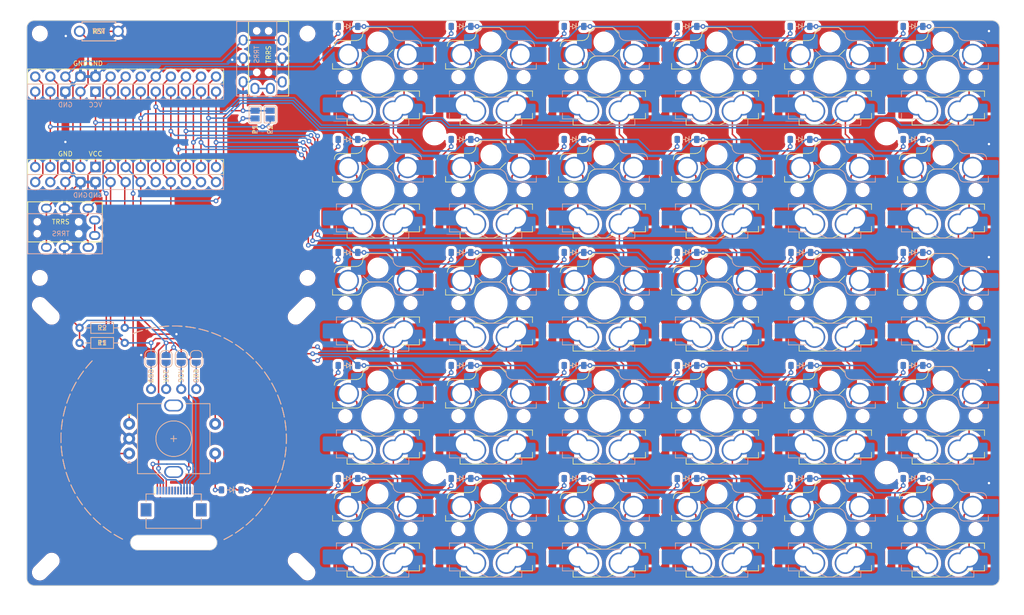
<source format=kicad_pcb>
(kicad_pcb (version 20221018) (generator pcbnew)
  (layers (0 "F.Cu" signal) (31 "B.Cu" signal) (34 "B.Paste" user) (35 "F.Paste" user) (36 "B.SilkS" user "B.Silkscreen") (37 "F.SilkS" user "F.Silkscreen") (38 "B.Mask" user) (39 "F.Mask" user) (44 "Edge.Cuts" user))
  (net 0 "")
  (net 1 "row0")
  (net 2 "Net-(D1-Pad2)")
  (net 3 "row1")
  (net 4 "Net-(D2-Pad2)")
  (net 5 "row2")
  (net 6 "Net-(D3-Pad2)")
  (net 7 "row3")
  (net 8 "Net-(D4-Pad2)")
  (net 9 "Net-(D5-Pad2)")
  (net 10 "Net-(D6-Pad2)")
  (net 11 "Net-(D7-Pad2)")
  (net 12 "Net-(D8-Pad2)")
  (net 13 "Net-(D9-Pad2)")
  (net 14 "Net-(D10-Pad2)")
  (net 15 "Net-(D11-Pad2)")
  (net 16 "Net-(D12-Pad2)")
  (net 17 "Net-(D13-Pad2)")
  (net 18 "Net-(D14-Pad2)")
  (net 19 "Net-(D15-Pad2)")
  (net 20 "Net-(D16-Pad2)")
  (net 21 "Net-(D17-Pad2)")
  (net 22 "Net-(D18-Pad2)")
  (net 23 "Net-(D19-Pad2)")
  (net 24 "Net-(D20-Pad2)")
  (net 25 "Net-(D21-Pad2)")
  (net 26 "Net-(D22-Pad2)")
  (net 27 "Net-(D23-Pad2)")
  (net 28 "Net-(D24-Pad2)")
  (net 29 "col0")
  (net 30 "col1")
  (net 31 "col2")
  (net 32 "col3")
  (net 33 "col4")
  (net 34 "col5")
  (net 35 "GND")
  (net 36 "SDA")
  (net 37 "SCL")
  (net 38 "X{slash}A")
  (net 39 "SGN")
  (net 40 "RST")
  (net 41 "unconnected-(U1-?-Pad26)")
  (net 42 "unconnected-(T1-S{slash}No-Pad4)")
  (net 43 "Y{slash}B")
  (net 44 "col6")
  (net 45 "+3V3")
  (net 46 "+5V")
  (net 47 "unconnected-(U1-?-Pad1)")
  (net 48 "VCC")
  (net 49 "unconnected-(U1-0{slash}PD3-Pad2)")
  (net 66 "Net-(D25-Pad2)")
  (net 67 "unconnected-(T2-S{slash}No-Pad4)")
  (net 68 "Net-(J1-Pin_1)")
  (net 69 "Net-(J1-Pin_2)")
  (net 70 "Net-(J1-Pin_3)")
  (net 71 "Net-(J1-Pin_4)")
  (net 72 "row4")
  (net 73 "Net-(D26-Pad2)")
  (net 74 "Net-(D27-Pad2)")
  (net 75 "Net-(D28-Pad2)")
  (net 76 "Net-(D29-Pad2)")
  (net 77 "Net-(D30-Pad2)")
  (net 78 "Net-(D31-Pad2)")
  (footprint "MountingHole:MountingHole_3.5mm" (layer "F.Cu") (at 183.375 105.2)
    (fp_text reference "H4" hide)
    (fp_text value "Hole 3.5mm")
  )
  (footprint "DreaM117er-keebLibrary:D_SOD-123_dual" (layer "F.Cu") (at 149.75 30 180)
    (fp_text reference "D16" hide)
    (fp_text value "1N4148_SMD")
  )
  (footprint "MountingHole:MountingHole_2.2mm_M2" (layer "F.Cu") (at 84.775 77.936 45)
    (fp_text reference "H10" hide)
    (fp_text value "M2")
  )
  (footprint "DreaM117er-keebLibrary:D_SOD-123_dual" (layer "F.Cu") (at 168.93 87.15 180)
    (fp_text reference "D24" hide)
    (fp_text value "1N4148_SMD")
  )
  (footprint "DreaM117er-keebLibrary:SW_Choc_GLP_KLP12_Hotswap_1.00u_dual" (layer "F.Cu") (at 154.8 95.675)
    (fp_text reference "SW19")
    (fp_text value "SW_Push")
  )
  (footprint "MountingHole:MountingHole_2.2mm_M2" (layer "F.Cu") (at 85.775 31.2)
    (fp_text reference "H7" hide)
    (fp_text value "M2")
  )
  (footprint "DreaM117er-keebLibrary:D_SOD-123_dual" (layer "F.Cu") (at 149.75 106.2 180)
    (fp_text reference "D20" hide)
    (fp_text value "1N4148_SMD")
  )
  (footprint "DreaM117er-keebLibrary:D_SOD-123_dual" (layer "F.Cu") (at 92.6 30 180)
    (fp_text reference "D1" hide)
    (fp_text value "1N4148_SMD")
  )
  (footprint "DreaM117er-keebLibrary:TRRS-PJ-320A, dual side x2" (layer "F.Cu") (at 38.611 63.9375 90)
    (fp_text reference "T2" hide)
    (fp_text value "AudioJack4" hide)
  )
  (footprint "MountingHole:MountingHole_3.5mm" (layer "F.Cu") (at 107.175 48.05)
    (fp_text reference "H1" hide)
    (fp_text value "Hole 3.5mm")
  )
  (footprint "DreaM117er-keebLibrary:D_SOD-123_dual" (layer "F.Cu") (at 168.8 49.05 180)
    (fp_text reference "D22" hide)
    (fp_text value "1N4148_SMD")
  )
  (footprint "DreaM117er-keebLibrary:SW_Choc_GLP_KLP12_Hotswap_1.00u_dual" (layer "F.Cu") (at 97.65 76.625)
    (fp_text reference "SW3")
    (fp_text value "SW_Push")
  )
  (footprint "DreaM117er-keebLibrary:SW_Choc_GLP_KLP12_Hotswap_1.00u_dual" (layer "F.Cu") (at 97.65 95.675)
    (fp_text reference "SW4")
    (fp_text value "SW_Push")
  )
  (footprint "DreaM117er-keebLibrary:D_SOD-123_dual" (layer "F.Cu") (at 187.85 49.05 180)
    (fp_text reference "D27" hide)
    (fp_text value "1N4148_SMD")
  )
  (footprint "DreaM117er-keebLibrary:SW_Choc_GLP_KLP12_Hotswap_1.00u_dual" (layer "F.Cu") (at 97.65 38.525)
    (fp_text reference "SW1")
    (fp_text value "SW_Push")
  )
  (footprint "DreaM117er-keebLibrary:D_SOD-123_dual" (layer "F.Cu") (at 111.65 49.05 180)
    (fp_text reference "D7" hide)
    (fp_text value "1N4148_SMD")
  )
  (footprint "DreaM117er-keebLibrary:SW_Choc_GLP_KLP12_Hotswap_1.00u_dual" (layer "F.Cu") (at 116.7 76.625)
    (fp_text reference "SW8")
    (fp_text value "SW_Push")
  )
  (footprint "DreaM117er-keebLibrary:SW_Choc_GLP_KLP12_Hotswap_1.00u_dual" (layer "F.Cu") (at 97.65 114.725)
    (fp_text reference "SW5")
    (fp_text value "SW_Push")
  )
  (footprint "DreaM117er-keebLibrary:TRRS-PJ-320A, dual side x2" (layer "F.Cu") (at 78.214 29.15)
    (fp_text reference "T1" hide)
    (fp_text value "AudioJack4" hide)
  )
  (footprint "MountingHole:MountingHole_3.5mm" (layer "F.Cu") (at 107.175 105.2)
    (fp_text reference "H2" hide)
    (fp_text value "Hole 3.5mm")
  )
  (footprint "DreaM117er-keebLibrary:SW_Choc_GLP_KLP12_Hotswap_1.00u_dual" (layer "F.Cu") (at 135.75 38.525)
    (fp_text reference "SW11")
    (fp_text value "SW_Push")
  )
  (footprint "DreaM117er-keebLibrary:D_SOD-123_dual" (layer "F.Cu") (at 92.6 49.05 180)
    (fp_text reference "D2" hide)
    (fp_text value "1N4148_SMD")
  )
  (footprint "DreaM117er-keebLibrary:D_SOD-123_dual" (layer "F.Cu") (at 187.85 106.2 180)
    (fp_text reference "D30" hide)
    (fp_text value "1N4148_SMD")
  )
  (footprint "MountingHole:MountingHole_2.2mm_M2" (layer "F.Cu") (at 85.775 72.386)
    (fp_text reference "H13" hide)
    (fp_text value "M2")
  )
  (footprint "DreaM117er-keebLibrary:SW_Choc_GLP_KLP12_Hotswap_1.00u_dual" (layer "F.Cu") (at 192.9 114.725)
    (fp_text reference "SW30")
    (fp_text value "SW_Push")
  )
  (footprint "DreaM117er-keebLibrary:D_SOD-123_dual" (layer "F.Cu") (at 111.65 68.1 180)
    (fp_text reference "D8" hide)
    (fp_text value "1N4148_SMD")
  )
  (footprint "DreaM117er-keebLibrary:SW_Choc_GLP_KLP12_Hotswap_1.00u_dual" (layer "F.Cu") (at 173.85 38.525)
    (fp_text reference "SW21")
    (fp_text value "SW_Push")
  )
  (footprint "DreaM117er-keebLibrary:SW_Choc_GLP_KLP12_Hotswap_1.00u_dual" (layer "F.Cu") (at 192.9 57.575)
    (fp_text reference "SW27")
    (fp_text value "SW_Push")
  )
  (footprint "DreaM117er-keebLibrary:SW_Choc_GLP_KLP12_Hotswap_1.00u_dual" (layer "F.Cu") (at 116.7 114.725)
    (fp_text reference "SW10")
    (fp_text value "SW_Push")
  )
  (footprint "MountingHole:MountingHole_2.2mm_M2" (layer "F.Cu") (at 40.661 31.2)
    (fp_text reference "H6" hide)
    (fp_text value "M2")
  )
  (footprint "DreaM117er-keebLibrary:SW_Choc_GLP_KLP12_Hotswap_1.00u_dual" (layer "F.Cu") (at 192.9 38.525)
    (fp_text reference "SW26")
    (fp_text value "SW_Push")
  )
  (footprint "DreaM117er-keebLibrary:D_SOD-123_dual" (layer "F.Cu") (at 168.93 68.1 180)
    (fp_text reference "D23" hide)
    (fp_text value "1N4148_SMD")
  )
  (footprint "MountingHole:MountingHole_3.5mm" (layer "F.Cu") (at 183.375 48.05)
    (fp_text reference "H3" hide)
    (fp_text value "Hole 3.5mm")
  )
  (footprint "Jumper:SolderJumper-2_P1.3mm_Open_RoundedPad1.0x1.5mm" (layer "F.Cu") (at 67.0275 86.043 90)
    (fp_text reference "JP5" hide)
    (fp_text value "PWR1")
  )
  (footprint "DreaM117er-keebLibrary:SW_Choc_GLP_KLP12_Hotswap_1.00u_dual" (layer "F.Cu") (at 192.9 76.625)
    (fp_text reference "SW28")
    (fp_text value "SW_Push")
  )
  (footprint "DreaM117er-keebLibrary:D_SOD-123_dual" (layer "F.Cu") (at 130.7 87.15 180)
    (fp_text reference "D14" hide)
    (fp_text value "1N4148_SMD")
  )
  (footprint "DreaM117er-keebLibrary:D_SOD-123_dual" (layer "F.Cu") (at 72.921 108.125 180)
    (fp_text reference "D31" hide)
    (fp_text value "1N4148_SMD")
  )
  (footprint "DreaM117er-keebLibrary:SW_Choc_GLP_KLP12_Hotswap_1.00u_dual" (layer "F.Cu") (at 173.85 57.575)
    (fp_text reference "SW22")
    (fp_text value "SW_Push")
  )
  (footprint "DreaM117er-keebLibrary:D_SOD-123_dual" (layer "F.Cu") (at 92.6 87.15 180)
    (fp_text reference "D4" hide)
    (fp_text value "1N4148_SMD")
  )
  (footprint "DreaM117er-keebLibrary:D_SOD-123_dual" (layer "F.Cu") (at 149.75 49.05 180)
    (fp_text reference "D17" hide)
    (fp_text value "1N4148_SMD")
  )
  (footprint "DreaM117er-keebLibrary:D_SOD-123_dual" (layer "F.Cu") (at 130.7 68.1 180)
    (fp_text reference "D13" hide)
    (fp_text value "1N4148_SMD")
  )
  (footprint "DreaM117er-keebLibrary:D_SOD-123_dual" (layer "F.Cu") (at 130.7 49.05 180)
    (fp_text reference "D12" hide)
    (fp_text value "1N4148_SMD")
  )
  (footprint "DreaM117er-keebLibrary:RotaryEncoder_EC11" (layer "F.Cu") (at 63.218 99.493)
    (fp_text reference "SW31")
    (fp_text value "EC-11")
  )
  (footprint "DreaM117er-keebLibrary:SW_Choc_GLP_KLP12_Hotswap_1.00u_dual" (layer "F.Cu") (at 154.8 38.525)
    (fp_text reference "SW16")
    (fp_text value "SW_Push")
  )
  (footprint "Resistor_THT:R_Axial_DIN0204_L3.6mm_D1.6mm_P7.62mm_Horizontal" (layer "F.Cu") (at 47.351 83.343)
    (fp_text reference "R1" hide)
    (fp_text value "4.7k")
  )
  (footprint "DreaM117er-keebLibrary:SW_Choc_GLP_KLP12_Hotswap_1.00u_dual" (layer "F.Cu") (at 135.75 114.725)
    (fp_text reference "SW15")
    (fp_text value "SW_Push")
  )
  (footprint "MountingHole:MountingHole_2.2mm_M2" (layer "F.Cu") (at 41.661 121.05 -135)
    (fp_text reference "H9" hide)
    (fp_text value "M2")
  )
  (footprint "DreaM117er-keebLibrary:SW_Choc_GLP_KLP12_Hotswap_1.00u_dual" (layer "F.Cu") (at 135.75 95.675)
    (fp_text reference "SW14")
    (fp_text value "SW_Push")
  )
  (footprint "DreaM117er-keebLibrary:D_SOD-123_dual" (layer "F.Cu") (at 149.75 87.15 180)
    (fp_text reference "D19" hide)
    (fp_text value "1N4148_SMD")
  )
  (footprint "DreaM117er-keebLibrary:D_SOD-123_dual" (layer "F.Cu") (at 168.8 30 180)
    (fp_text reference "D21" hide)
    (fp_text value "1N4148_SMD")
  )
  (footprint "DreaM117er-keebLibrary:SW_Choc_GLP_KLP12_Hotswap_1.00u_dual" (layer "F.Cu") (at 154.8 114.725)
    (fp_text reference "SW20")
    (fp_text value "SW_Push")
  )
  (footprint "Jumper:SolderJumper-2_P1.3mm_Open_RoundedPad1.0x1.5mm" (layer "F.Cu") (at 61.9475 86.043 90)
    (fp_text reference "JP7" hide)
    (fp_text value "PWR1")
  )
  (footprint "Jumper:SolderJumper-2_P1.3mm_Open_Pad1.0x1.5mm" (layer "F.Cu") (at 76.944 44.85 90)
    (fp_text reference "JP1" hide)
    (fp_text value "PWR1")
  )
  (footprint "DreaM117er-keebLibrary:Trackpad_Cirque_TM040040" (layer "F.Cu") (at 63.218 99.493 -90)
    (fp_text reference "H5" hide)
    (fp_text value "TM040040")
  )
  (footprint "Jumper:SolderJumper-2_P1.3mm_Open_Pad1.0x1.5mm" (layer "F.Cu") (at 79.484 44.85 90)
    (fp_text reference "JP2" hide)
    (fp_text value "PWR1")
  )
  (footprint "DreaM117er-keebLibrary:ResetSW_1side" (layer "F.Cu") (at 50.601 30.823)
    (fp_text reference "RST1" hide)
    (fp_text value "SW_Push" hide)
  )
  (footprint "DreaM117er-keebLibrary:SW_Choc_GLP_KLP12_Hotswap_1.00u_dual" (layer "F.Cu") (at 154.8 57.575)
    (fp_text reference "SW17")
    (fp_text value "SW_Push")
  )
  (footprint "DreaM117er-keebLibrary:D_SOD-123_dual" (layer "F.Cu") (at 92.6 68.1 180)
    (fp_text reference "D3" hide)
    (fp_text value "1N4148_SMD")
  )
  (footprint "MountingHole:MountingHole_2.2mm_M2" (layer "F.Cu") (at 40.661 72.386)
    (fp_text reference "H12" hide)
    (fp_text value "M2")
  )
  (footprint "DreaM117er-keebLibrary:SW_Choc_GLP_KLP12_Hotswap_1.00u_dual" (layer "F.Cu") (at 116.7 38.525)
    (fp_text reference "SW6")
    (fp_text value "SW_Push")
  )
  (footprint "DreaM117er-keebLibrary:SW_Choc_GLP_KLP12_Hotswap_1.00u_dual" (layer "F.Cu") (at 135.75 76.625)
    (fp_text reference "SW13")
    (fp_text value "SW_Push")
  )
  (footprint "DreaM117er-keebLibrary:D_SOD-123_dual" (layer "F.Cu") (at 149.75 68.1 180)
    (fp_text reference "D18" hide)
    (fp_text value "1N4148_SMD")
  )
  (footprint "DreaM117er-keebLibrary:SW_Choc_GLP_KLP12_Hotswap_1.00u_dual" (layer "F.Cu") (at 173.85 95.675)
    (fp_text reference "SW24")
    (fp_text value "SW_Push")
  )
  (footprint "DreaM117er-keebLibrary:SW_Choc_GLP_KLP12_Hotswap_1.00u_dual" (layer "F.Cu") (at 154.8 76.625)
    (fp_text reference "SW18")
    (fp_text value "SW_Push")
  )
  (footprint "MountingHole:MountingHole_2.2mm_M2" (layer "F.Cu") (at 41.661 77.936 135)
    (fp_text reference "H8" hide)
    (fp_text value "M2")
  )
  (footprint "DreaM117er-keebLibrary:D_SOD-123_dual" (layer "F.Cu") (at 111.65 87.15 180)
    (fp_text reference "D9" hide)
    (fp_text value "1N4148_SMD")
  )
  (footprint "DreaM117er-keebLibrary:SW_Choc_GLP_KLP12_Hotswap_1.00u_dual" (layer "F.Cu") (at 135.75 57.575)
    (fp_text reference "SW12")
    (fp_text value "SW_Push")
  )
  (footprint "DreaM117er-keebLibrary:D_SOD-123_dual" (layer "F.Cu") (at 111.65 106.2 180)
    (fp_text reference "D10" hide)
    (fp_text value "1N4148_SMD")
  )
  (footprint "DreaM117er-keebLibrary:D_SOD-123_dual" (layer "F.Cu") (at 130.7 30 180)
    (fp_text reference "D11" hide)
    (fp_text value "1N4148_SMD")
  )
  (footprint "DreaM117er-keebLibrary:D_SOD-123_dual" (layer "F.Cu") (at 187.85 87.15 180)
    (fp_text reference "D29" hide)
    (fp_text value "1N4148_SMD")
  )
  (footprint "DreaM117er-keebLibrary:PinHeader_1x04_P2.54mm_Vertical" (layer "F.Cu") (at 67.0275 91.123 -90)
    (fp_text reference "J1" hide)
    (fp_text value "I2C" hide)
  )
  (footprint "DreaM117er-keebLibrary:SW_Choc_GLP_KLP12_Hotswap_1.00u_dual" (layer "F.Cu") (at 116.7 57.575)
    (fp_text reference "SW7")
    (fp_text value "SW_Push")
  )
  (footprint "DreaM117er-keebLibrary:Hirose_FH12-12S-0.5SH_1x12-1MP_P0.50mm_Horizontal" (layer "F.Cu") (at 63.221 110.093)
    (fp_text reference "J2" hide)
    (fp_text value "FPC12p")
  )
  (footprint "MountingHole:MountingHole_2.2mm_M2" (layer "F.Cu") (at 84.775 121.05 135)
    (fp_text reference "H11" hide)
    (fp_text value "M2")
  )
  (footprint "DreaM117er-keebLibrary:D_SOD-123_dual" (layer "F.Cu") (at 92.6 106.2 180)
    (fp_text reference "D5" hide)
    (fp_text value "1N4148_SMD")
  )
  (footprint "Resistor_THT:R_Axial_DIN0204_L3.6mm_D1.6mm_P7.62mm_Horizontal" (layer "F.Cu") (at 47.351 80.803)
    (fp_text reference "R2" hide)
    (fp_text value "4.7k")
  )
  (footprint "DreaM117er-keebLibrary:D_SOD-123_dual" (layer "F.Cu") (at 187.85 30 180)
    (fp_text reference "D26" hide)
    (fp_text value "1N4148_SMD")
  )
  (footprint "DreaM117er-keebLibrary:SW_Choc_GLP_KLP12_Hotswap_1.00u_dual" (layer "F.Cu") (at 173.85 114.725)
    (fp_text reference "SW25")
    (fp_text value "SW_Push")
  )
  (footprint "DreaM117er-keebLibrary:D_SOD-123_dual" (layer "F.Cu") (at 111.65 30 180)
    (fp_text reference "D6" hide)
    (fp_text value "1N4148_SMD")
  )
  (footprint "DreaM117er-keebLibrary:SW_Choc_GLP_KLP12_Hotswap_1.00u_dual" (layer "F.Cu") (at 97.65 57.575)
    (fp_text reference "SW2")
    (fp_text value "SW_Push")
  )
  (footprint "DreaM117er-keebLibrary:D_SOD-123_dual" (layer "F.Cu") (at 187.85 68.1 180)
    (fp_text reference "D28" hide)
    (fp_text value "1N4148_SMD")
  )
  (footprint "DreaM117er-keebLibrary:SW_Choc_GLP_KLP12_Hotswap_1.00u_dual" (layer "F.Cu") (at 192.9 95.675)
    (fp_text reference "SW29")
    (fp_text value "SW_Push")
  )
  (footprint "DreaM117er-keebLibrary:SW_Choc_GLP_KLP12_Hotswap_1.00u_dual" (layer "F.Cu") (at 116.7 95.675)
    (fp_text reference "SW9")
    (fp_text value "SW_Push")
  )
  (footprint "Jumper:SolderJumper-2_P1.3mm_Open_RoundedPad1.0x1.5mm" (layer "F.Cu") (at 64.4875 86.043 90)
    (fp_text reference "JP6" hide)
    (fp_text value "PWR1")
  )
  (footprint "Jumper:SolderJumper-2_P1.3mm_Open_RoundedPad1.0x1.5mm" (layer "F.Cu") (at 59.4075 86.043 90)
    (fp_text reference "JP8" hide)
    (fp_text value "PWR1")
  )
  (footprint "DreaM117er-keebLibrary:D_SOD-123_dual" (layer "F.Cu") (at 130.7 106.2 180)
    (fp_text reference "D15" hide)
    (fp_text value "1N4148_SMD")
  )
  (footprint "DreaM117er-keebLibrary:D_SOD-123_dual" (layer "F.Cu") (at 168.8 106.2 180)
    (fp_text reference "D25" hide)
    (fp_text value "1N4148_SMD")
  )
  (footprint "DreaM117er-keebLibrary:SW_Choc_GLP_KLP12_Hotswap_1.00u_dual" (layer "F.Cu") (at 173.85 76.625)
    (fp_text reference "SW23")
    (fp_text value "SW_Push")
  )
  (footprint "Jumper:SolderJumper-2_P1.3mm_Open_RoundedPad1.0x1.5mm" (layer "B.Cu") (at 67.0275 86.043 90)
    (fp_text reference "JP9" hide)
    (fp_text value "PWR1")
  )
  (footprint "Jumper:SolderJumper-2_P1.3mm_Open_RoundedPad1.0x1.5mm" (layer "B.Cu") (at 59.4075 86.043 90)
    (fp_text reference "JP12" hide)
    (fp_text value "PWR1")
  )
  (footprint "Jumper:SolderJumper-2_P1.3mm_Open_Pad1.0x1.5mm" (layer "B.Cu") (at 76.944 44.85 90)
    (fp_text reference "JP3" hide)
    (fp_text value "PWR1" hide)
  )
  (footprint "Jumper:SolderJumper-2_P1.3mm_Open_RoundedPad1.0x1.5mm" (layer "B.Cu") (at 61.9475 86.043 90)
    (fp_text reference "JP11" hide)
    (fp_text value "PWR1")
  )
  (footprint "Jumper:SolderJumper-2_P1.3mm_Open_RoundedPad1.0x1.5mm" (layer "B.Cu") (at 64.4875 86.043 90)
    (fp_text reference "JP10" hide)
    (fp_text value "PWR1")
  )
  (footprint "Jumper:SolderJumper-2_P1.3mm_Open_Pad1.0x1.5mm" (layer "B.Cu") (at 79.484 44.85 90)
    (fp_text reference "JP4" hide)
    (fp_text value "PWR1" hide)
  )
  (footprint "DreaM117er-keebLibrary:Hirose_FH12-12S-0.5SH_1x12-1MP_P0.50mm_Horizontal" (layer "B.Cu") (at 63.218 110.093 180)
    (fp_text reference "J3" hide)
    (fp_text value "FPC12p")
  )
  (footprint "DreaM117er-keebLibrary:MCU_ProMicro_13p_dual" (layer "B.Cu") (at 55.611 47.3395 -90)
    (fp_text reference "U1")
    (fp_text value "MCU_ProMicro_13p" hide)
  )
  (gr_arc (start 54.609258 116.430811) (mid 44.452618 102.469626) (end 49.790263 86.050687) (stroke (width 0.15) (type dash)) (layer "B.SilkS"))
  (gr_arc (start 56.400785 81.758132) (mid 80.609362 91.841825) (end 71.685894 116.501666) (stroke (width 0.15) (type dash)) (layer "B.SilkS"))
  (gr_arc (start 54.609258 116.430811) (mid 44.452618 102.469626) (end 49.790263 86.050687) (stroke (width 0.15) (type dash)) (layer "F.SilkS"))
  (gr_arc (start 56.400785 81.758132) (mid 80.609362 91.841825) (end 71.685894 116.501666) (stroke (width 0.15) (type dash)) (layer "F.SilkS"))
  (gr_line (start 69.271 118.263) (end 57.168 118.263) (stroke (width 0.1)) (layer "Edge.Cuts"))
  (gr_line (start 201.155 29) (end 39.731 29) (stroke (width 0.12)) (layer "Edge.Cuts"))
  (gr_arc (start 39.731 124.25) (mid 38.832974 123.878026) (end 38.461 122.98) (stroke (width 0.12)) (layer "Edge.Cuts"))
  (gr_arc (start 38.461 30.27) (mid 38.832974 29.371974) (end 39.731 29) (stroke (width 0.12)) (layer "Edge.Cuts"))
  (gr_line (start 202.425 122.98) (end 202.425 30.27) (stroke (width 0.12)) (layer "Edge.Cuts"))
  (gr_arc (start 69.271 115.763) (mid 70.521 117.013) (end 69.271 118.263) (stroke (width 0.1)) (layer "Edge.Cuts"))
  (gr_line (start 201.155 124.25) (end 39.731 124.25) (stroke (width 0.12)) (layer "Edge.Cuts"))
  (gr_line (start 38.461 30.27) (end 38.461 122.98) (stroke (width 0.12)) (layer "Edge.Cuts"))
  (gr_arc (start 202.425 122.98) (mid 202.053026 123.878026) (end 201.155 124.25) (stroke (width 0.12)) (layer "Edge.Cuts"))
  (gr_arc (start 57.168 118.263) (mid 55.918 117.013) (end 57.168 115.763) (stroke (width 0.1)) (layer "Edge.Cuts"))
  (gr_arc (start 201.155 29) (mid 202.053026 29.371974) (end 202.425 30.27) (stroke (width 0.12)) (layer "Edge.Cuts"))
  (gr_line (start 69.271 115.763) (end 57.168 115.763) (stroke (width 0.1)) (layer "Edge.Cuts"))
  (segment (start 170.45 30) (end 171.5 30) (width 0.25) (layer "F.Cu") (net 1))
  (segment (start 95.3 30) (end 94.25 30) (width 0.25) (layer "F.Cu") (net 1))
  (segment (start 132.35 30) (end 133.4 30) (width 0.25) (layer "F.Cu") (net 1))
  (segment (start 113.3 30) (end 114.35 30) (width 0.25) (layer "F.Cu") (net 1))
  (segment (start 60.201 38.4495) (end 58.92 39.7305) (width 0.25) (layer "F.Cu") (net 1))
  (segment (start 151.4 30) (end 152.45 30) (width 0.25) (layer "F.Cu") (net 1))
  (segment (start 58.92 54.9485) (end 60.201 56.2295) (width 0.25) (layer "F.Cu") (net 1))
  (segment (start 189.5 30) (end 190.55 30) (width 0.25) (layer "F.Cu") (net 1))
  (segment (start 58.92 39.7305) (end 58.92 54.9485) (width 0.25) (layer "F.Cu") (net 1))
  (via (at 171.5 30) (size 0.8) (drill 0.4) (layers "F.Cu" "B.Cu") (net 1))
  (via (at 152.45 30) (size 0.8) (drill 0.4) (layers "F.Cu" "B.Cu") (net 1))
  (via (at 133.4 30) (size 0.8) (drill 0.4) (layers "F.Cu" "B.Cu") (net 1))
  (via (at 95.3 30) (size 0.8) (drill 0.4) (layers "F.Cu" "B.Cu") (net 1))
  (via (at 114.35 30) (size 0.8) (drill 0.4) (layers "F.Cu" "B.Cu") (net 1))
  (via (at 190.55 30) (size 0.8) (drill 0.4) (layers "F.Cu" "B.Cu") (net 1))
  (segment (start 105.38 31.95) (end 110.65 31.95) (width 0.25) (layer "B.Cu") (net 1))
  (segment (start 94.25 30) (end 95.3 30) (width 0.25) (layer "B.Cu") (net 1))
  (segment (start 143.445 31.925) (end 148.785 31.925) (width 0.25) (layer "B.Cu") (net 1))
  (segment (start 86.77 36.77) (end 61.8805 36.77) (width 0.25) (layer "B.Cu") (net 1))
  (segment (start 171.5 30) (end 179.63 30) (width 0.25) (layer "B.Cu") (net 1))
  (segment (start 112.6 30) (end 113.3 30) (width 0.25) (layer "B.Cu") (net 1))
  (segment (start 93.54 30) (end 86.77 36.77) (width 0.25) (layer "B.Cu") (net 1))
  (segment (start 133.4 30) (end 132.35 30) (width 0.25) (layer "B.Cu") (net 1))
  (segment (start 179.63 30) (end 181.58 31.95) (width 0.25) (layer "B.Cu") (net 1))
  (segment (start 188.81 30) (end 189.5 30) (width 0.25) (layer "B.Cu") (net 1))
  (segment (start 152.45 30) (end 160.58 30) (width 0.25) (layer "B.Cu") (net 1))
  (segment (start 122.47 30) (end 124.41 31.94) (width 0.25) (layer "B.Cu") (net 1))
  (segment (start 95.3 30) (end 103.43 30) (width 0.25) (layer "B.Cu") (net 1))
  (segment (start 61.8805 36.77) (end 60.201 38.4495) (width 0.25) (layer "B.Cu") (net 1))
  (segment (start 110.65 31.95) (end 112.6 30) (width 0.25) (layer "B.Cu") (net 1))
  (segment (start 167.82 31.94) (end 169.76 30) (width 0.25) (layer "B.Cu") (net 1))
  (segment (start 152.45 30) (end 151.4 30) (width 0.25) (layer "B.Cu") (net 1))
  (segment (start 171.5 30) (end 170.45 30) (width 0.25) (layer "B.Cu") (net 1))
  (segment (start 190.55 30) (end 189.5 30) (width 0.25) (layer "B.Cu") (net 1))
  (segment (start 131.65 30) (end 132.35 30) (width 0.25) (layer "B.Cu") (net 1))
  (segment (start 162.52 31.94) (end 167.82 31.94) (width 0.25) (layer "B.Cu") (net 1))
  (segment (start 114.35 30) (end 122.47 30) (width 0.25) (layer "B.Cu") (net 1))
  (segment (start 186.86 31.95) (end 188.81 30) (width 0.25) (layer "B.Cu") (net 1))
  (segment (start 141.52 30) (end 143.445 31.925) (width 0.25) (layer "B.Cu") (net 1))
  (segment (start 103.43 30) (end 105.38 31.95) (width 0.25) (layer "B.Cu") (net 1))
  (segment (start 169.76 30) (end 170.45 30) (width 0.25) (layer "B.Cu") (net 1))
  (segment (start 133.4 30) (end 141.52 30) (width 0.25) (layer "B.Cu") (net 1))
  (segment (start 124.41 31.94) (end 129.71 31.94) (width 0.25) (layer "B.Cu") (net 1))
  (segment (start 114.35 30) (end 113.3 30) (width 0.25) (layer "B.Cu") (net 1))
  (segment (start 181.58 31.95) (end 186.86 31.95) (width 0.25) (layer "B.Cu") (net 1))
  (segment (start 148.785 31.925) (end 150.71 30) (width 0.25) (layer "B.Cu") (net 1))
  (segment (start 160.58 30) (end 162.52 31.94) (width 0.25) (layer "B.Cu") (net 1))
  (segment (start 129.71 31.94) (end 131.65 30) (width 0.25) (layer "B.Cu") (net 1))
  (segment (start 150.71 30) (end 151.4 30) (width 0.25) (layer "B.Cu") (net 1))
  (segment (start 94.25 30) (end 93.54 30) (width 0.25) (layer "B.Cu") (net 1))
  (segment (start 90.95 31.2) (end 90.95 30) (width 0.25) (layer "F.Cu") (net 2))
  (segment (start 94.1 36.175) (end 94.1 39.91) (width 0.25) (layer "F.Cu") (net 2))
  (segment (start 94.1 39.91) (end 93.25 40.76) (width 0.25) (layer "F.Cu") (net 2))
  (segment (start 93.25 40.76) (end 93.25 43.225) (width 0.25) (layer "F.Cu") (net 2))
  (segment (start 89.55 32.6) (end 89.55 34.525) (width 0.25) (layer "F.Cu") (net 2))
  (segment (start 90.95 31.2) (end 89.55 32.6) (width 0.25) (layer "F.Cu") (net 2))
  (segment (start 92.65 34.725) (end 94.1 36.175) (width 0.25) (layer "F.Cu") (net 2))
  (via (at 90.95 31.2) (size 0.8) (drill 0.4) (layers "F.Cu" "B.Cu") (net 2))
  (segment (start 90.95 30) (end 90.95 31.2) (width 0.25) (layer "B.Cu") (net 2))
  (segment (start 70.361 38.4495) (end 69.09 39.7205) (width 0.25) (layer "F.Cu") (net 3))
  (segment (start 94.25 49.05) (end 95.3 49.05) (width 0.25) (layer "F.Cu") (net 3))
  (segment (start 69.09 54.9585) (end 70.361 56.2295) (width 0.25) (layer "F.Cu") (net 3))
  (segment (start 189.5 49.05) (end 190.55 49.05) (width 0.25) (layer "F.Cu") (net 3))
  (segment (start 113.3 49.05) (end 114.35 49.05) (width 0.25) (layer "F.Cu") (net 3))
  (segment (start 170.45 49.05) (end 171.5 49.05) (width 0.25) (layer "F.Cu") (net 3))
  (segment (start 132.35 49.05) (end 133.4 49.05) (width 0.25) (layer "F.Cu") (net 3))
  (segment (start 151.4 49.05) (end 152.45 49.05) (width 0.25) (layer "F.Cu") (net 3))
  (segment (start 69.09 39.7205) (end 69.09 45.45) (width 0.25) (layer "F.Cu") (net 3))
  (segment (start 69.09 45.45) (end 69.09 54.9585) (width 0.25) (layer "F.Cu") (net 3))
  (via (at 152.45 49.05) (size 0.8) (drill 0.4) (layers "F.Cu" "B.Cu") (net 3))
  (via (at 95.3 49.05) (size 0.8) (drill 0.4) (layers "F.Cu" "B.Cu") (net 3))
  (via (at 133.4 49.05) (size 0.8) (drill 0.4) (layers "F.Cu" "B.Cu") (net 3))
  (via (at 171.5 49.05) (size 0.8) (drill 0.4) (layers "F.Cu" "B.Cu") (net 3))
  (via (at 114.35 49.05) (size 0.8) (drill 0.4) (layers "F.Cu" "B.Cu") (net 3))
  (via (at 69.09 45.45) (size 0.8) (drill 0.4) (layers "F.Cu" "B.Cu") (net 3))
  (via (at 190.55 49.05) (size 0.8) (drill 0.4) (layers "F.Cu" "B.Cu") (net 3))
  (segment (start 95.3 49.05) (end 94.25 49.05) (width 0.25) (layer "B.Cu") (net 3))
  (segment (start 74.612792 42.93) (end 72.092792 45.45) (width 0.25) (layer "B.Cu") (net 3))
  (segment (start 148.78 50.98) (end 150.71 49.05) (width 0.25) (layer "B.Cu") (net 3))
  (segment (start 188.81 49.05) (end 189.5 49.05) (width 0.25) (layer "B.Cu") (net 3))
  (segment (start 150.71 49.05) (end 151.4 49.05) (width 0.25) (layer "B.Cu") (net 3))
  (segment (start 95.3 49.05) (end 103.43 49.05) (width 0.25) (layer "B.Cu") (net 3))
  (segment (start 105.36 50.98) (end 110.68 50.98) (width 0.25) (layer "B.Cu") (net 3))
  (segment (start 179.63 49.05) (end 181.56 50.98) (width 0.25) (layer "B.Cu") (net 3))
  (segment (start 83.167208 42.93) (end 74.612792 42.93) (width 0.25) (layer "B.Cu") (net 3))
  (segment (start 122.48 49.05) (end 124.41 50.98) (width 0.25) (layer "B.Cu") (net 3))
  (segment (start 169.76 49.05) (end 170.45 49.05) (width 0.25) (layer "B.Cu") (net 3))
  (segment (start 186.88 50.98) (end 188.81 49.05) (width 0.25) (layer "B.Cu") (net 3))
  (segment (start 110.68 50.98) (end 112.61 49.05) (width 0.25) (layer "B.Cu") (net 3))
  (segment (start 87.757208 47.52) (end 83.167208 42.93) (width 0.25) (layer "B.Cu") (net 3))
  (segment (start 181.56 50.98) (end 186.88 50.98) (width 0.25) (layer "B.Cu") (net 3))
  (segment (start 124.41 50.98) (end 129.72 50.98) (width 0.25) (layer "B.Cu") (net 3))
  (segment (start 171.5 49.05) (end 170.45 49.05) (width 0.25) (layer "B.Cu") (net 3))
  (segment (start 93.54 49.05) (end 92.01 47.52) (width 0.25) (layer "B.Cu") (net 3))
  (segment (start 162.51 50.98) (end 167.83 50.98) (width 0.25) (layer "B.Cu") (net 3))
  (segment (start 112.61 49.05) (end 113.3 49.05) (width 0.25) (layer "B.Cu") (net 3))
  (segment (start 103.43 49.05) (end 105.36 50.98) (width 0.25) (layer "B.Cu") (net 3))
  (segment (start 152.45 49.05) (end 151.4 49.05) (width 0.25) (layer "B.Cu") (net 3))
  (segment (start 72.092792 45.45) (end 69.09 45.45) (width 0.25) (layer "B.Cu") (net 3))
  (segment (start 131.65 49.05) (end 132.35 49.05) (width 0.25) (layer "B.Cu") (net 3))
  (segment (start 92.01 47.52) (end 87.757208 47.52) (width 0.25) (layer "B.Cu") (net 3))
  (segment (start 160.58 49.05) (end 162.51 50.98) (width 0.25) (layer "B.Cu") (net 3))
  (segment (start 152.45 49.05) (end 160.58 49.05) (width 0.25) (layer "B.Cu") (net 3))
  (segment (start 143.46 50.98) (end 148.78 50.98) (width 0.25) (layer "B.Cu") (net 3))
  (segment (start 129.72 50.98) (end 131.65 49.05) (width 0.25) (layer "B.Cu") (net 3))
  (segment (start 114.35 49.05) (end 122.48 49.05) (width 0.25) (layer "B.Cu") (net 3))
  (segment (start 133.4 49.05) (end 141.53 49.05) (width 0.25) (layer "B.Cu") (net 3))
  (segment (start 94.25 49.05) (end 93.54 49.05) (width 0.25) (layer "B.Cu") (net 3))
  (segment (start 141.53 49.05) (end 143.46 50.98) (width 0.25) (layer "B.Cu") (net 3))
  (segment (start 167.83 50.98) (end 169.76 49.05) (width 0.25) (layer "B.Cu") (net 3))
  (segment (start 114.35 49.05) (end 113.3 49.05) (width 0.25) (layer "B.Cu") (net 3))
  (segment (start 190.55 49.05) (end 189.5 49.05) (width 0.25) (layer "B.Cu") (net 3))
  (segment (start 171.5 49.05) (end 179.63 49.05) (width 0.25) (layer "B.Cu") (net 3))
  (segment (start 133.4 49.05) (end 132.35 49.05) (width 0.25) (layer "B.Cu") (net 3))
  (segment (start 94.1 55.225) (end 92.65 53.775) (width 0.25) (layer "F.Cu") (net 4))
  (segment (start 90.95 50.25) (end 89.55 51.65) (width 0.25) (layer "F.Cu") (net 4))
  (segment (start 90.95 49.05) (end 90.95 50.25) (width 0.25) (layer "F.Cu") (net 4))
  (segment (start 93.25 59.81) (end 94.1 58.96) (width 0.25) (layer "F.Cu") (net 4))
  (segment (start 93.25 62.275) (end 93.25 59.81) (width 0.25) (layer "F.Cu") (net 4))
  (segment (start 94.1 58.96) (end 94.1 55.225) (width 0.25) (layer "F.Cu") (net 4))
  (segment (start 89.55 51.65) (end 89.55 53.575) (width 0.25) (layer "F.Cu") (net 4))
  (via (at 90.95 50.25) (size 0.8) (drill 0.4) (layers "F.Cu" "B.Cu") (net 4))
  (segment (start 90.95 50.25) (end 90.95 49.05) (width 0.25) (layer "B.Cu") (net 4))
  (segment (start 66.54 39.7305) (end 66.54 45.8785) (width 0.25) (layer "F.Cu") (net 5))
  (segment (start 189.5 68.1) (end 190.55 68.1) (width 0.25) (layer "F.Cu") (net 5))
  (segment (start 94.25 68.1) (end 95.3 68.1) (width 0.25) (layer "F.Cu") (net 5))
  (segment (start 66.54 45.8785) (end 66.54 54.9485) (width 0.25) (layer "F.Cu") (net 5))
  (segment (start 85.915 66.88) (end 85.915 64.828604) (width 0.25) (layer "F.Cu") (net 5))
  (segment (start 86.58 64.163604) (end 86.58 49.89) (width 0.25) (layer "F.Cu") (net 5))
  (segment (start 170.58 68.1) (end 171.63 68.1) (width 0.25) (layer "F.Cu") (net 5))
  (segment (start 66.54 54.9485) (end 67.821 56.2295) (width 0.25) (layer "F.Cu") (net 5))
  (segment (start 86.58 49.89) (end 86.02 49.33) (width 0.25) (layer "F.Cu") (net 5))
  (segment (start 85.915 64.828604) (end 86.58 64.163604) (width 0.25) (layer "F.Cu") (net 5))
  (segment (start 132.35 68.1) (end 133.4 68.1) (width 0.25) (layer "F.Cu") (net 5))
  (segment (start 113.3 68.1) (end 114.35 68.1) (width 0.25) (layer "F.Cu") (net 5))
  (segment (start 151.4 68.1) (end 152.45 68.1) (width 0.25) (layer "F.Cu") (net 5))
  (segment (start 67.821 38.4495) (end 66.54 39.7305) (width 0.25) (layer "F.Cu") (net 5))
  (via (at 114.35 68.1) (size 0.8) (drill 0.4) (layers "F.Cu" "B.Cu") (net 5))
  (via (at 86.02 49.33) (size 0.8) (drill 0.4) (layers "F.Cu" "B.Cu") (net 5))
  (via (at 171.63 68.1) (size 0.8) (drill 0.4) (layers "F.Cu" "B.Cu") (net 5))
  (via (at 85.915 66.88) (size 0.8) (drill 0.4) (layers "F.Cu" "B.Cu") (net 5))
  (via (at 190.55 68.1) (size 0.8) (drill 0.4) (layers "F.Cu" "B.Cu") (net 5))
  (via (at 152.45 68.1) (size 0.8) (drill 0.4) (layers "F.Cu" "B.Cu") (net 5))
  (via (at 66.54 49.54) (size 0.8) (drill 0.4) (layers "F.Cu" "B.Cu") (net 5))
  (via (at 133.4 68.1) (size 0.8) (drill 0.4) (layers "F.Cu" "B.Cu") (net 5))
  (via (at 95.3 68.1) (size 0.8) (drill 0.4) (layers "F.Cu" "B.Cu") (net 5))
  (segment (start 110.67 70.04) (end 112.61 68.1) (width 0.25) (layer "B.Cu") (net 5))
  (segment (start 95.3 68.1) (end 103.43 68.1) (width 0.25) (layer "B.Cu") (net 5))
  (segment (start 150.71 68.1) (end 151.4 68.1) (width 0.25) (layer "B.Cu") (net 5))
  (segment (start 171.63 68.1) (end 170.58 68.1) (width 0.25) (layer "B.Cu") (net 5))
  (segment (start 85.915 66.88) (end 92.33 66.88) (width 0.25) (layer "B.Cu") (net 5))
  (segment (start 122.48 68.1) (end 124.41 70.03) (width 0.25) (layer "B.Cu") (net 5))
  (segment (start 152.45 68.1) (end 151.4 68.1) (width 0.25) (layer "B.Cu") (net 5))
  (segment (start 171.63 68.1) (end 179.63 68.1) (width 0.25) (layer "B.Cu") (net 5))
  (segment (start 141.53 68.1) (end 143.46 70.03) (width 0.25) (layer "B.Cu") (net 5))
  (segment (start 114.35 68.1) (end 113.3 68.1) (width 0.25) (layer "B.Cu") (net 5))
  (segment (start 133.4 68.1) (end 132.35 68.1) (width 0.25) (layer "B.Cu") (net 5))
  (segment (start 152.45 68.1) (end 160.58 68.1) (width 0.25) (layer "B.Cu") (net 5))
  (segment (start 162.51 70.03) (end 167.96 70.03) (width 0.25) (layer "B.Cu") (net 5))
  (segment (start 186.88 70.03) (end 188.81 68.1) (width 0.25) (layer "B.Cu") (net 5))
  (segment (start 105.37 70.04) (end 110.67 70.04) (width 0.25) (layer "B.Cu") (net 5))
  (segment (start 103.43 68.1) (end 105.37 70.04) (width 0.25) (layer "B.Cu") (net 5))
  (segment (start 188.81 68.1) (end 189.5 68.1) (width 0.25) (layer "B.Cu") (net 5))
  (segment (start 167.96 70.03) (end 169.89 68.1) (width 0.25) (layer "B.Cu") (net 5))
  (segment (start 95.3 68.1) (end 94.25 68.1) (width 0.25) (layer "B.Cu") (net 5))
  (segment (start 160.58 68.1) (end 162.51 70.03) (width 0.25) (layer "B.Cu") (net 5))
  (segment (start 93.55 68.1) (end 94.25 68.1) (width 0.25) (layer "B.Cu") (net 5))
  (segment (start 181.56 70.03) (end 186.88 70.03) (width 0.25) (layer "B.Cu") (net 5))
  (segment (start 148.78 70.03) (end 150.71 68.1) (width 0.25) (layer "B.Cu") (net 5))
  (segment (start 85.505 48.815) (end 67.265 48.815) (width 0.25) (layer "B.Cu") (net 5))
  (segment (start 114.35 68.1) (end 122.48 68.1) (width 0.25) (layer "B.Cu") (net 5))
  (segment (start 133.4 68.1) (end 141.53 68.1) (width 0.25) (layer "B.Cu") (net 5))
  (segment (start 86.02 49.33) (end 85.505 48.815) (width 0.25) (layer "B.Cu") (net 5))
  (segment (start 169.89 68.1) (end 170.58 68.1) (width 0.25) (layer "B.Cu") (net 5))
  (segment (start 112.61 68.1) (end 113.3 68.1) (width 0.25) (layer "B.Cu") (net 5))
  (segment (start 190.55 68.1) (end 189.5 68.1) (width 0.25) (layer "B.Cu") (net 5))
  (segment (start 143.46 70.03) (end 148.78 70.03) (width 0.25) (layer "B.Cu") (net 5))
  (segment (start 131.66 68.1) (end 132.35 68.1) (width 0.25) (layer "B.Cu") (net 5))
  (segment (start 92.33 66.88) (end 93.55 68.1) (width 0.25) (layer "B.Cu") (net 5))
  (segment (start 124.41 70.03) (end 129.73 70.03) (width 0.25) (layer "B.Cu") (net 5))
  (segment (start 67.265 48.815) (end 66.54 49.54) (width 0.25) (layer "B.Cu") (net 5))
  (segment (start 129.73 70.03) (end 131.66 68.1) (width 0.25) (layer "B.Cu") (net 5))
  (segment (start 179.63 68.1) (end 181.56 70.03) (width 0.25) (layer "B.Cu") (net 5))
  (segment (start 89.55 70.7) (end 89.55 72.625) (width 0.25) (layer "F.Cu") (net 6))
  (segment (start 90.95 69.3) (end 90.95 68.1) (width 0.25) (layer "F.Cu") (net 6))
  (segment (start 94.1 74.275) (end 92.65 72.825) (width 0.25) (layer "F.Cu") (net 6))
  (segment (start 93.25 81.325) (end 93.25 78.86) (width 0.25) (layer "F.Cu") (net 6))
  (segment (start 90.95 69.3) (end 89.55 70.7) (width 0.25) (layer "F.Cu") (net 6))
  (segment (start 94.1 78.01) (end 94.1 74.275) (width 0.25) (layer "F.Cu") (net 6))
  (segment (start 93.25 78.86) (end 94.1 78.01) (width 0.25) (layer "F.Cu") (net 6))
  (via (at 90.95 69.3) (size 0.8) (drill 0.4) (layers "F.Cu" "B.Cu") (net 6))
  (segment (start 90.95 69.3) (end 90.95 68.1) (width 0.25) (layer "B.Cu") (net 6))
  (segment (start 85.23 52.107817) (end 85.23 63.604416) (width 0.25) (layer "F.Cu") (net 7))
  (segment (start 64.01 50.2185) (end 64.01 54.9585) (width 0.25) (layer "F.Cu") (net 7))
  (segment (start 64.01 54.9585) (end 65.281 56.2295) (width 0.25) (layer "F.Cu") (net 7))
  (segment (start 65.281 38.4495) (end 64.01 39.7205) (width 0.25) (layer "F.Cu") (net 7))
  (segment (start 80.34 68.494416) (end 80.34 81.047208) (width 0.25) (layer "F.Cu") (net 7))
  (segment (start 94.25 87.15) (end 95.3 87.15) (width 0.25) (layer "F.Cu") (net 7))
  (segment (start 132.35 87.15) (end 133.4 87.15) (width 0.25) (layer "F.Cu") (net 7))
  (segment (start 170.58 87.15) (end 171.63 87.15) (width 0.25) (layer "F.Cu") (net 7))
  (segment (start 189.5 87.15) (end 190.55 87.15) (width 0.25) (layer "F.Cu") (net 7))
  (segment (start 64.01 39.7205) (end 64.01 50.2185) (width 0.25) (layer "F.Cu") (net 7))
  (segment (start 113.3 87.15) (end 114.35 87.15) (width 0.25) (layer "F.Cu") (net 7))
  (segment (start 151.4 87.15) (end 152.45 87.15) (width 0.25) (layer "F.Cu") (net 7))
  (segment (start 80.34 81.047208) (end 85.622792 86.33) (width 0.25) (layer "F.Cu") (net 7))
  (segment (start 85.622792 86.33) (end 87.47 86.33) (width 0.25) (layer "F.Cu") (net 7))
  (segment (start 85.23 63.604416) (end 80.34 68.494416) (width 0.25) (layer "F.Cu") (net 7))
  (segment (start 84.765426 51.643243) (end 85.23 52.107817) (width 0.25) (layer "F.Cu") (net 7))
  (via (at 190.55 87.15) (size 0.8) (drill 0.4) (layers "F.Cu" "B.Cu") (net 7))
  (via (at 152.45 87.15) (size 0.8) (drill 0.4) (layers "F.Cu" "B.Cu") (net 7))
  (via (at 171.63 87.15) (size 0.8) (drill 0.4) (layers "F.Cu" "B.Cu") (net 7))
  (via (at 133.4 87.15) (size 0.8) (drill 0.4) (layers "F.Cu" "B.Cu") (net 7))
  (via (at 64.01 50.73) (size 0.8) (drill 0.4) (layers "F.Cu" "B.Cu") (net 7))
  (via (at 87.47 86.33) (size 0.8) (drill 0.4) (layers "F.Cu" "B.Cu") (net 7))
  (via (at 84.765426 51.643243) (size 0.8) (drill 0.4) (layers "F.Cu" "B.Cu") (net 7))
  (via (at 95.3 87.15) (size 0.8) (drill 0.4) (layers "F.Cu" "B.Cu") (net 7))
  (via (at 114.35 87.15) (size 0.8) (drill 0.4) (layers "F.Cu" "B.Cu") (net 7))
  (segment (start 179.63 87.15) (end 181.56 89.08) (width 0.25) (layer "B.Cu") (net 7))
  (segment (start 141.53 87.15) (end 143.46 89.08) (width 0.25) (layer "B.Cu") (net 7))
  (segment (start 94.25 87.15) (end 92.72 85.62) (width 0.25) (layer "B.Cu") (net 7))
  (segment (start 143.46 89.08) (end 148.78 89.08) (width 0.25) (layer "B.Cu") (net 7))
  (segment (start 83.852183 50.73) (end 84.765426 51.643243) (width 0.25) (layer "B.Cu") (net 7))
  (segment (start 152.45 87.15) (end 160.58 87.15) (width 0.25) (layer "B.Cu") (net 7))
  (segment (start 124.41 89.08) (end 129.73 89.08) (width 0.25) (layer "B.Cu") (net 7))
  (segment (start 169.89 87.15) (end 170.58 87.15) (width 0.25) (layer "B.Cu") (net 7))
  (segment (start 160.58 87.15) (end 162.51 89.08) (width 0.25) (layer "B.Cu") (net 7))
  (segment (start 150.71 87.15) (end 151.4 87.15) (width 0.25) (layer "B.Cu") (net 7))
  (segment (start 148.78 89.08) (end 150.71 87.15) (width 0.25) (layer "B.Cu") (net 7))
  (segment (start 110.67 89.09) (end 112.61 87.15) (width 0.25) (layer "B.Cu") (net 7))
  (segment (start 112.61 87.15) (end 113.3 87.15) (width 0.25) (layer "B.Cu") (net 7))
  (segment (start 152.45 87.15) (end 151.4 87.15) (width 0.25) (layer "B.Cu") (net 7))
  (segment (start 92.72 85.62) (end 88.18 85.62) (width 0.25) (layer "B.Cu") (net 7))
  (segment (start 88.18 85.62) (end 87.47 86.33) (width 0.25) (layer "B.Cu") (net 7))
  (segment (start 95.3 87.15) (end 94.25 87.15) (width 0.25) (layer "B.Cu") (net 7))
  (segment (start 181.56 89.08) (end 186.875 89.08) (width 0.25) (layer "B.Cu") (net 7))
  (segment (start 188.805 87.15) (end 189.5 87.15) (width 0.25) (layer "B.Cu") (net 7))
  (segment (start 133.4 87.15) (end 132.35 87.15) (width 0.25) (layer "B.Cu") (net 7))
  (segment (start 131.66 87.15) (end 132.35 87.15) (width 0.25) (layer "B.Cu") (net 7))
  (segment (start 171.63 87.15) (end 179.63 87.15) (width 0.25) (layer "B.Cu") (net 7))
  (segment (start 95.3 87.15) (end 103.43 87.15) (width 0.25) (layer "B.Cu") (net 7))
  (segment (start 114.35 87.15) (end 113.3 87.15) (width 0.25) (layer "B.Cu") (net 7))
  (segment (start 167.96 89.08) (end 169.89 87.15) (width 0.25) (layer "B.Cu") (net 7))
  (segment (start 190.55 87.15) (end 189.5 87.15) (width 0.25) (layer "B.Cu") (net 7))
  (segment (start 103.43 87.15) (end 105.37 89.09) (width 0.25) (layer "B.Cu") (net 7))
  (segment (start 162.51 89.08) (end 167.96 89.08) (width 0.25) (layer "B.Cu") (net 7))
  (segment (start 114.35 87.15) (end 122.48 87.15) (width 0.25) (layer "B.Cu") (net 7))
  (segment (start 171.63 87.15) (end 170.58 87.15) (width 0.25) (layer "B.Cu") (net 7))
  (segment (start 64.01 50.73) (end 83.852183 50.73) (width 0.25) (layer "B.Cu") (net 7))
  (segment (start 129.73 89.08) (end 131.66 87.15) (width 0.25) (layer "B.Cu") (net 7))
  (segment (start 133.4 87.15) (end 141.53 87.15) (width 0.25) (layer "B.Cu") (net 7))
  (segment (start 122.48 87.15) (end 124.41 89.08) (width 0.25) (layer "B.Cu") (net 7))
  (segment (start 105.37 89.09) (end 110.67 89.09) (width 0.25) (layer "B.Cu") (net 7))
  (segment (start 186.875 89.08) (end 188.805 87.15) (width 0.25) (layer "B.Cu") (net 7))
  (segment (start 92.65 91.875) (end 94.1 93.325) (width 0.25) (layer "F.Cu") (net 8))
  (segment (start 90.95 88.35) (end 89.55 89.75) (width 0.25) (layer "F.Cu") (net 8))
  (segment (start 94.1 97.04) (end 93.25 97.89) (width 0.25) (layer "F.Cu") (net 8))
  (segment (start 94.1 93.325) (end 94.1 97.04) (width 0.25) (layer "F.Cu") (net 8))
  (segment (start 90.95 87.15) (end 90.95 88.35) (width 0.25) (layer "F.Cu") (net 8))
  (segment (start 93.25 97.89) (end 93.25 100.375) (width 0.25) (layer "F.Cu") (net 8))
  (segment (start 89.55 89.75) (end 89.55 91.675) (width 0.25) (layer "F.Cu") (net 8))
  (via (at 90.95 88.35) (size 0.8) (drill 0.4) (layers "F.Cu" "B.Cu") (net 8))
  (segment (start 90.95 88.35) (end 90.95 87.15) (width 0.25) (layer "B.Cu") (net 8))
  (segment (start 93.25 116.96) (end 93.25 119.425) (width 0.25) (layer "F.Cu") (net 9))
  (segment (start 94.1 112.375) (end 94.1 116.11) (width 0.25) (layer "F.Cu") (net 9))
  (segment (start 92.65 110.925) (end 94.1 112.375) (width 0.25) (layer "F.Cu") (net 9))
  (segment (start 94.1 116.11) (end 93.25 116.96) (width 0.25) (layer "F.Cu") (net 9))
  (segment (start 89.55 108.8) (end 89.55 110.925) (width 0.25) (layer "F.Cu") (net 9))
  (segment (start 90.95 107.4) (end 89.55 108.8) (width 0.25) (layer "F.Cu") (net 9))
  (segment (start 90.95 106.2) (end 90.95 107.4) (width 0.25) (layer "F.Cu") (net 9))
  (via (at 90.95 107.4) (size 0.8) (drill 0.4) (layers "F.Cu" "B.Cu") (net 9))
  (segment (start 90.95 107.4) (end 90.95 106.2) (width 0.25) (layer "B.Cu") (net 9))
  (segment (start 110 31.2) (end 108.6 32.6) (width 0.25) (layer "F.Cu") (net 10))
  (segment (start 112.3 43.225) (end 112.3 40.74) (width 0.25) (layer "F.Cu") (net 10))
  (segment (start 108.6 32.6) (end 108.6 34.525) (width 0.25) (layer "F.Cu") (net 10))
  (segment (start 113.15 39.89) (end 113.15 36.175) (width 0.25) (layer "F.Cu") (net 10))
  (segment (start 113.15 36.175) (end 111.7 34.725) (width 0.25) (layer "F.Cu") (net 10))
  (segment (start 112.3 40.74) (end 113.15 39.89) (width 0.25) (layer "F.Cu") (net 10))
  (segment (start 110 31.2) (end 110 30) (width 0.25) (layer "F.Cu") (net 10))
  (via (at 110 31.2) (size 0.8) (drill 0.4) (layers "F.Cu" "B.Cu") (net 10))
  (segment (start 110 30) (end 110 31.2) (width 0.25) (layer "B.Cu") (net 10))
  (segment (start 113.15 58.96) (end 112.3 59.81) (width 0.25) (layer "F.Cu") (net 11))
  (segment (start 108.6 51.65) (end 108.6 53.575) (width 0.25) (layer "F.Cu") (net 11))
  (segment (start 110 49.05) (end 110 50.25) (width 0.25) (layer "F.Cu") (net 11))
  (segment (start 111.7 53.775) (end 113.15 55.225) (width 0.25) (layer "F.Cu") (net 11))
  (segment (start 110 50.25) (end 108.6 51.65) (width 0.25) (layer "F.Cu") (net 11))
  (segment (start 113.15 55.225) (end 113.15 58.96) (width 0.25) (layer "F.Cu") (net 11))
  (segment (start 112.3 59.81) (end 112.3 62.275) (width 0.25) (layer "F.Cu") (net 11))
  (via (at 110 50.25) (size 0.8) (drill 0.4) (layers "F.Cu" "B.Cu") (net 11))
  (segment (start 110 50.25) (end 110 49.05) (width 0.25) (layer "B.Cu") (net 11))
  (segment (start 112.3 81.325) (end 112.3 78.86) (width 0.25) (layer "F.Cu") (net 12))
  (segment (start 110 69.3) (end 108.6 70.7) (width 0.25) (layer "F.Cu") (net 12))
  (segment (start 110 68.1) (end 110 69.3) (width 0.25) (layer "F.Cu") (net 12))
  (segment (start 108.6 70.7) (end 108.6 72.625) (width 0.25) (layer "F.Cu") (net 12))
  (segment (start 113.15 74.275) (end 111.7 72.825) (width 0.25) (layer "F.Cu") (net 12))
  (segment (start 113.15 78.01) (end 113.15 74.275) (width 0.25) (layer "F.Cu") (net 12))
  (segment (start 112.3 78.86) (end 113.15 78.01) (width 0.25) (layer "F.Cu") (net 12))
  (via (at 110 69.3) (size 0.8) (drill 0.4) (layers "F.Cu" "B.Cu") (net 12))
  (segment (start 110 69.3) (end 110 68.1) (width 0.25) (layer "B.Cu") (net 12))
  (segment (start 110 87.15) (end 110 88.35) (width 0.25) (layer "F.Cu") (net 13))
  (segment (start 113.14 97.08) (end 113.14 93.315) (width 0.25) (layer "F.Cu") (net 13))
  (segment (start 108.6 91.675) (end 108.6 89.75) (width 0.25) (layer "F.Cu") (net 13))
  (segment (start 113.14 93.315) (end 111.7 91.875) (width 0.25) (layer "F.Cu") (net 13))
  (segment (start 108.6 89.75) (end 110 88.35) (width 0.25) (layer "F.Cu") (net 13))
  (segment (start 112.3 100.375) (end 112.3 97.92) (width 0.25) (layer "F.Cu") (net 13))
  (segment (start 112.3 97.92) (end 113.14 97.08) (width 0.25) (layer "F.Cu") (net 13))
  (via (at 110 88.35) (size 0.8) (drill 0.4) (layers "F.Cu" "B.Cu") (net 13))
  (segment (start 110 88.35) (end 110 87.15) (width 0.25) (layer "B.Cu") (net 13))
  (segment (start 112.3 116.96) (end 112.3 119.425) (width 0.25) (layer "F.Cu") (net 14))
  (segment (start 113.15 116.11) (end 112.3 116.96) (width 0.25) (layer "F.Cu") (net 14))
  (segment (start 110 107.4) (end 108.6 108.8) (width 0.25) (layer "F.Cu") (net 14))
  (segment (start 110 106.2) (end 110 107.4) (width 0.25) (layer "F.Cu") (net 14))
  (segment (start 111.7 110.925) (end 113.15 112.375) (width 0.25) (layer "F.Cu") (net 14))
  (segment (start 108.6 108.8) (end 108.6 110.925) (width 0.25) (layer "F.Cu") (net 14))
  (segment (start 113.15 112.375) (end 113.15 116.11) (width 0.25) (layer "F.Cu") (net 14))
  (via (at 110 107.4) (size 0.8) (drill 0.4) (layers "F.Cu" "B.Cu") (net 14))
  (segment (start 110 107.4) (end 110 106.2) (width 0.25) (layer "B.Cu") (net 14))
  (segment (start 132.2 36.175) (end 132.2 39.91) (width 0.25) (layer "F.Cu") (net 15))
  (segment (start 130.75 34.725) (end 132.2 36.175) (width 0.25) (layer "F.Cu") (net 15))
  (segment (start 131.35 40.76) (end 131.35 43.225) (width 0.25) (layer "F.Cu") (net 15))
  (segment (start 129.05 30) (end 129.05 31.21) (width 0.25) (layer "F.Cu") (net 15))
  (segment (start 132.2 39.91) (end 131.35 40.76) (width 0.25) (layer "F.Cu") (net 15))
  (segment (start 127.65 32.61) (end 127.65 34.525) (width 0.25) (layer "F.Cu") (net 15))
  (segment (start 129.05 31.21) (end 127.65 32.61) (width 0.25) (layer "F.Cu") (net 15))
  (via (at 129.05 31.21) (size 0.8) (drill 0.4) (layers "F.Cu" "B.Cu") (net 15))
  (segment (start 129.05 31.21) (end 129.05 30) (width 0.25) (layer "B.Cu") (net 15))
  (segment (start 131.35 59.81) (end 131.35 62.275) (width 0.25) (layer "F.Cu") (net 16))
  (segment (start 129.05 50.25) (end 127.65 51.65) (width 0.25) (layer "F.Cu") (net 16))
  (segment (start 127.65 51.65) (end 127.65 53.575) (width 0.25) (layer "F.Cu") (net 16))
  (segment (start 130.75 53.775) (end 132.2 55.225) (width 0.25) (layer "F.Cu") (net 16))
  (segment (start 129.05 49.05) (end 129.05 50.25) (width 0.25) (layer "F.Cu") (net 16))
  (segment (start 132.2 55.225) (end 132.2 58.96) (width 0.25) (layer "F.Cu") (net 16))
  (segment (start 132.2 58.96) (end 131.35 59.81) (width 0.25) (layer "F.Cu") (net 16))
  (via (at 129.05 50.25) (size 0.8) (drill 0.4) (layers "F.Cu" "B.Cu") (net 16))
  (segment (start 129.05 50.25) (end 129.05 49.05) (width 0.25) (layer "B.Cu") (net 16))
  (segment (start 131.35 78.86) (end 131.35 81.325) (width 0.25) (layer "F.Cu") (net 17))
  (segment (start 130.75 72.825) (end 132.2 74.275) (width 0.25) (layer "F.Cu") (net 17))
  (segment (start 129.05 69.3) (end 127.65 70.7) (width 0.25) (layer "F.Cu") (net 17))
  (segment (start 127.65 70.7) (end 127.65 72.625) (width 0.25) (layer "F.Cu") (net 17))
  (segment (start 129.05 68.1) (end 129.05 69.3) (width 0.25) (layer "F.Cu") (net 17))
  (segment (start 132.2 78.01) (end 131.35 78.86) (width 0.25) (layer "F.Cu") (net 17))
  (segment (start 132.2 74.275) (end 132.2 78.01) (width 0.25) (layer "F.Cu") (net 17))
  (via (at 129.05 69.3) (size 0.8) (drill 0.4) (layers "F.Cu" "B.Cu") (net 17))
  (segment (start 129.05 69.3) (end 129.05 68.1) (width 0.25) (layer "B.Cu") (net 17))
  (segment (start 129.05 88.35) (end 127.65 89.75) (width 0.25) (layer "F.Cu") (net 18))
  (segment (start 132.2 93.325) (end 132.2 97.06) (width 0.25) (layer "F.Cu") (net 18))
  (segment (start 132.2 97.06) (end 131.35 97.91) (width 0.25) (layer "F.Cu") (net 18))
  (segment (start 127.65 89.75) (end 127.65 91.675) (width 0.25) (layer "F.Cu") (net 18))
  (segment (start 130.75 91.875) (end 132.2 93.325) (width 0.25) (layer "F.Cu") (net 18))
  (segment (start 129.05 87.15) (end 129.05 88.35) (width 0.25) (layer "F.Cu") (net 18))
  (segment (start 131.35 97.91) (end 131.35 100.375) (width 0.25) (layer "F.Cu") (net 18))
  (via (at 129.05 88.35) (size 0.8) (drill 0.4) (layers "F.Cu" "B.Cu") (net 18))
  (segment (start 129.05 88.35) (end 129.05 87.15) (width 0.25) (layer "B.Cu") (net 18))
  (segment (start 132.2 116.11) (end 131.35 116.96) (width 0.25) (layer "F.Cu") (net 19))
  (segment (start 131.35 116.96) (end 131.35 119.425) (width 0.25) (layer "F.Cu") (net 19))
  (segment (start 127.65 110.925) (end 127.65 108.8) (width 0.25) (layer "F.Cu") (net 19))
  (segment (start 127.65 108.8) (end 129.05 107.4) (width 0.25) (layer "F.Cu") (net 19))
  (segment (start 132.2 112.375) (end 132.2 116.11) (width 0.25) (layer "F.Cu") (net 19))
  (segment (start 129.05 106.2) (end 129.05 107.4) (width 0.25) (layer "F.Cu") (net 19))
  (segment (start 130.75 110.925) (end 132.2 112.375) (width 0.25) (layer "F.Cu") (net 19))
  (via (at 129.05 107.4) (size 0.8) (drill 0.4) (layers "F.Cu" "B.Cu") (net 19))
  (segment (start 129.05 107.4) (end 129.05 106.2) (width 0.25) (layer "B.Cu") (net 19))
  (segment (start 150.4 43.225) (end 150.4 40.76) (width 0.25) (layer "F.Cu") (net 20))
  (segment (start 151.25 36.175) (end 149.8 34.725) (width 0.25) (layer "F.Cu") (net 20))
  (segment (start 146.7 32.6) (end 146.7 34.525) (width 0.25) (layer "F.Cu") (net 20))
  (segment (start 148.1 30) (end 148.1 31.2) (width 0.25) (layer "F.Cu") (net 20))
  (segment (start 148.1 31.2) (end 146.7 32.6) (width 0.25) (layer "F.Cu") (net 20))
  (segment (start 151.25 39.91) (end 151.25 36.175) (width 0.25) (layer "F.Cu") (net 20))
  (segment (start 150.4 40.76) (end 151.25 39.91) (width 0.25) (layer "F.Cu") (net 20))
  (via (at 148.1 31.2) (size 0.8) (drill 0.4) (layers "F.Cu" "B.Cu") (net 20))
  (segment (start 148.1 31.2) (end 148.1 30) (width 0.25) (layer "B.Cu") (net 20))
  (segment (start 146.7 51.64) (end 146.7 53.575) (width 0.25) (layer "F.Cu") (net 21))
  (segment (start 148.09 50.25) (end 146.7 51.64) (width 0.25) (layer "F.Cu") (net 21))
  (segment (start 150.4 62.275) (end 150.4 59.81) (width 0.25) (layer "F.Cu") (net 21))
  (segment (start 151.25 55.225) (end 149.8 53.775) (width 0.25) (layer "F.Cu") (net 21))
  (segment (start 148.1 49.05) (end 148.1 50.24) (width 0.25) (layer "F.Cu") (net 21))
  (segment (start 150.4 59.81) (end 151.25 58.96) (width 0.25) (layer "F.Cu") (net 21))
  (segment (start 151.25 58.96) (end 151.25 55.225) (width 0.25) (layer "F.Cu") (net 21))
  (segment (start 148.1 50.24) (end 148.09 50.25) (width 0.25) (layer "F.Cu") (net 21))
  (via (at 148.09 50.25) (size 0.8) (drill 0.4) (layers "F.Cu" "B.Cu") (net 21))
  (segment (start 148.09 50.25) (end 148.1 50.24) (width 0.25) (layer "B.Cu") (net 21))
  (segment (start 148.1 50.24) (end 148.1 49.05) (width 0.25) (layer "B.Cu") (net 21))
  (segment (start 150.4 78.87) (end 150.4 81.325) (width 0.25) (layer "F.Cu") (net 22))
  (segment (start 148.1 68.1) (end 148.1 69.3) (width 0.25) (layer "F.Cu") (net 22))
  (segment (start 151.25 74.275) (end 151.25 78.02) (width 0.25) (layer "F.Cu") (net 22))
  (segment (start 146.7 70.7) (end 146.7 72.625) (width 0.25) (layer "F.Cu") (net 22))
  (segment (start 149.8 72.825) (end 151.25 74.275) (width 0.25) (layer "F.Cu") (net 22))
  (segment (start 151.25 78.02) (end 150.4 78.87) (width 0.25) (layer "F.Cu") (net 22))
  (segment (start 148.1 69.3) (end 146.7 70.7) (width 0.25) (layer "F.Cu") (net 22))
  (via (at 148.1 69.3) (size 0.8) (drill 0.4) (layers "F.Cu" "B.Cu") (net 22))
  (segment (start 148.1 69.3) (end 148.1 68.1) (width 0.25) (layer "B.Cu") (net 22))
  (segment (start 151.25 93.325) (end 151.25 97.06) (width 0.25) (layer "F.Cu") (net 23))
  (segment (start 149.8 91.875) (end 151.25 93.325) (width 0.25) (layer "F.Cu") (net 23))
  (segment (start 148.1 87.15) (end 148.1 88.35) (width 0.25) (layer "F.Cu") (net 23))
  (segment (start 146.7 89.75) (end 146.7 91.675) (width 0.25) (layer "F.Cu") (net 23))
  (segment (start 148.1 88.35) (end 146.7 89.75) (width 0.25) (layer "F.Cu") (net 23))
  (segment (start 151.25 97.06) (end 150.4 97.91) (width 0.25) (layer "F.Cu") (net 23))
  (segment (start 150.4 97.91) (end 150.4 100.375) (width 0.25) (layer "F.Cu") (net 23))
  (via (at 148.1 88.35) (size 0.8) (drill 0.4) (layers "F.Cu" "B.Cu") (net 23))
  (segment (start 148.1 88.35) (end 148.1 87.15) (width 0.25) (layer "B.Cu") (net 23))
  (segment (start 151.25 112.375) (end 151.25 116.11) (width 0.25) (layer "F.Cu") (net 24))
  (segment (start 149.8 110.925) (end 151.25 112.375) (width 0.25) (layer "F.Cu") (net 24))
  (segment (start 150.4 116.96) (end 150.4 119.425) (width 0.25) (layer "F.Cu") (net 24))
  (segment (start 146.7 108.8) (end 148.1 107.4) (width 0.25) (layer "F.Cu") (net 24))
  (segment (start 146.7 110.925) (end 146.7 108.8) (width 0.25) (layer "F.Cu") (net 24))
  (segment (start 148.1 106.2) (end 148.1 107.4) (width 0.25) (layer "F.Cu") (net 24))
  (segment (start 151.25 116.11) (end 150.4 116.96) (width 0.25) (layer "F.Cu") (net 24))
  (via (at 148.1 107.4) (size 0.8) (drill 0.4) (layers "F.Cu" "B.Cu") (net 24))
  (segment (start 148.1 107.4) (end 148.1 106.2) (width 0.25) (layer "B.Cu") (net 24))
  (segment (start 168.85 34.725) (end 170.3 36.175) (width 0.25) (layer "F.Cu") (net 25))
  (segment (start 165.75 32.6) (end 165.75 34.525) (width 0.25) (layer "F.Cu") (net 25))
  (segment (start 167.15 30) (end 167.15 31.2) (width 0.25) (layer "F.Cu") (net 25))
  (segment (start 169.45 40.76) (end 169.45 43.225) (width 0.25) (layer "F.Cu") (net 25))
  (segment (start 170.3 36.175) (end 170.3 39.91) (width 0.25) (layer "F.Cu") (net 25))
  (segment (start 170.3 39.91) (end 169.45 40.76) (width 0.25) (layer "F.Cu") (net 25))
  (segment (start 167.15 31.2) (end 165.75 32.6) (width 0.25) (layer "F.Cu") (net 25))
  (via (at 167.15 31.2) (size 0.8) (drill 0.4) (layers "F.Cu" "B.Cu") (net 25))
  (segment (start 167.15 31.2) (end 167.15 30) (width 0.25) (layer "B.Cu") (net 25))
  (segment (start 169.45 59.81) (end 169.45 62.275) (width 0.25) (layer "F.Cu") (net 26))
  (segment (start 165.75 51.65) (end 165.75 53.575) (width 0.25) (layer "F.Cu") (net 26))
  (segment (start 167.15 49.05) (end 167.15 50.25) (width 0.25) (layer "F.Cu") (net 26))
  (segment (start 170.3 58.96) (end 169.45 59.81) (width 0.25) (layer "F.Cu") (net 26))
  (segment (start 168.85 53.775) (end 170.3 55.225) (width 0.25) (layer "F.Cu") (net 26))
  (segment (start 167.15 50.25) (end 165.75 51.65) (width 0.25) (layer "F.Cu") (net 26))
  (segment (start 170.3 55.225) (end 170.3 58.96) (width 0.25) (layer "F.Cu") (net 26))
  (via (at 167.15 50.25) (size 0.8) (drill 0.4) (layers "F.Cu" "B.Cu") (net 26))
  (segment (start 167.15 50.25) (end 167.15 49.05) (width 0.25) (layer "B.Cu") (net 26))
  (segment (start 168.85 72.825) (end 170.3 74.275) (width 0.25) (layer "F.Cu") (net 27))
  (segment (start 169.45 78.87) (end 169.45 81.325) (width 0.25) (layer "F.Cu") (net 27))
  (segment (start 165.75 70.83) (end 165.75 72.625) (width 0.25) (layer "F.Cu") (net 27))
  (segment (start 167.28 69.3) (end 165.75 70.83) (width 0.25) (layer "F.Cu") (net 27))
  (segment (start 170.3 74.275) (end 170.3 78.02) (width 0.25) (layer "F.Cu") (net 27))
  (segment (start 170.3 78.02) (end 169.45 78.87) (width 0.25) (layer "F.Cu") (net 27))
  (segment (start 167.28 68.1) (end 167.28 69.3) (width 0.25) (layer "F.Cu") (net 27))
  (via (at 167.28 69.3) (size 0.8) (drill 0.4) (layers "F.Cu" "B.Cu") (net 27))
  (segment (start 167.28 69.3) (end 167.28 68.1) (width 0.25) (layer "B.Cu") (net 27))
  (segment (start 165.75 89.88) (end 165.75 91.675) (width 0.25) (layer "F.Cu") (net 28))
  (segment (start 168.85 91.875) (end 170.3 93.325) (width 0.25) (layer "F.Cu") (net 28))
  (segment (start 170.3 93.325) (end 170.3 97.06) (width 0.25) (layer "F.Cu") (net 28))
  (segment (start 167.28 88.35) (end 165.75 89.88) (width 0.25) (layer "F.Cu") (net 28))
  (segment (start 170.3 97.06) (end 169.45 97.91) (width 0.25) (layer "F.Cu") (net 28))
  (segment (start 167.28 87.15) (end 167.28 88.35) (width 0.25) (layer "F.Cu") (net 28))
  (segment (start 169.45 97.91) (end 169.45 100.375) (width 0.25) (layer "F.Cu") (net 28))
  (via (at 167.28 88.35) (size 0.8) (drill 0.4) (layers "F.Cu" "B.Cu") (net 28))
  (segment (start 167.28 88.35) (end 167.28 87.15) (width 0.25) (layer "B.Cu") (net 28))
  (segment (start 196.45 58.975) (end 197.3 59.825) (width 0.25) (layer "F.Cu") (net 29))
  (segment (start 197.9 110.925) (end 196.45 112.375) (width 0.25) (layer "F.Cu") (net 29))
  (segment (start 195.5 105.32) (end 195.5 101.425) (width 0.25) (layer "F.Cu") (net 29))
  (segment (start 197.3 116.96) (end 197.3 119.425) (width 0.25) (layer "F.Cu") (net 29))
  (segment (start 196.2 67.905) (end 196.2 70.625) (width 0.25) (layer "F.Cu") (net 29))
  (segment (start 196.45 78.025) (end 197.3 78.875) (width 0.25) (layer "F.Cu") (net 29))
  (segment (start 196.45 74.275) (end 196.45 78.025) (width 0.25) (layer "F.Cu") (net 29))
  (segment (start 197.3 59.825) (end 197.3 62.275) (width 0.25) (layer "F.Cu") (net 29))
  (segment (start 196.2 48.865) (end 196.2 51.575) (width 0.25) (layer "F.Cu") (net 29))
  (segment (start 196.45 36.175) (end 196.45 39.915) (width 0.25) (layer "F.Cu") (net 29))
  (segment (start 195.5 48.165) (end 196.2 48.865) (width 0.25) (layer "F.Cu") (net 29))
  (segment (start 197.3 78.875) (end 197.3 81.325) (width 0.25) (layer "F.Cu") (net 29))
  (segment (start 196.2 108.725) (end 196.2 106.02) (width 0.25) (layer "F.Cu") (net 29))
  (segment (start 196.2 86.975) (end 196.2 89.675) (width 0.25) (layer "F.Cu") (net 29))
  (segment (start 197.9 34.725) (end 196.45 36.175) (width 0.25) (layer "F.Cu") (net 29))
  (segment (start 196.45 112.375) (end 196.45 116.11) (width 0.25) (layer "F.Cu") (net 29))
  (segment (start 196.45 93.325) (end 196.45 97.065) (width 0.25) (layer "F.Cu") (net 29))
  (segment (start 195.5 44.275) (end 195.5 48.165) (width 0.25) (layer "F.Cu") (net 29))
  (segment (start 57.661 53.6895) (end 57.661 45.46) (width 0.25) (layer "F.Cu") (net 29))
  (segment (start 196.45 55.225) (end 196.45 58.975) (width 0.25) (layer "F.Cu") (net 29))
  (segment (start 196.45 116.11) (end 197.3 116.96) (width 0.25) (layer "F.Cu") (net 29))
  (segment (start 197.9 91.875) (end 196.45 93.325) (width 0.25) (layer "F.Cu") (net 29))
  (segment (start 197.9 53.775) (end 196.45 55.225) (width 0.25) (layer "F.Cu") (net 29))
  (segment (start 196.45 97.065) (end 197.3 97.915) (width 0.25) (layer "F.Cu") (net 29))
  (segment (start 197.3 97.915) (end 197.3 100.375) (width 0.25) (layer "F.Cu") (net 29))
  (segment (start 195.5 86.275) (end 196.2 86.975) (width 0.25) (layer "F.Cu") (net 29))
  (segment (start 197.9 72.825) (end 196.45 74.275) (width 0.25) (layer "F.Cu") (net 29))
  (segment (start 195.5 82.375) (end 195.5 86.275) (width 0.25) (layer "F.Cu") (net 29))
  (segment (start 196.2 106.02) (end 195.5 105.32) (width 0.25) (layer "F.Cu") (net 29))
  (segment (start 195.5 67.205) (end 196.2 67.905) (width 0.25) (layer "F.Cu") (net 29))
  (segment (start 197.3 40.765) (end 197.3 43.225) (width 0.25) (layer "F.Cu") (net 29))
  (segment (start 196.45 39.915) (end 197.3 40.765) (width 0.25) (layer "F.Cu") (net 29))
  (segment (start 195.5 63.325) (end 195.5 67.205) (width 0.25) (layer "F.Cu") (net 29))
  (segment (start 57.661 45.46) (end 57.661 40.9895) (width 0.25) (layer "F.Cu") (net 29))
  (via (at 57.661 45.46) (size 0.8) (drill 0.4) (layers "F.Cu" "B.Cu") (net 29))
  (segment (start 57.661 45.46) (end 58.396 44.725) (width 0.25) (layer "B.Cu") (net 29))
  (segment (start 109.533604 47.07) (end 180.43 47.07) (width 0.25) (layer "B.Cu") (net 29))
  (segment (start 106.086396 45.85) (end 108.313604 45.85) (width 0.25) (layer "B.Cu") (net 29))
  (segment (start 184.65 45.4) (end 185.87 46.62) (width 0.25) (layer "B.Cu") (net 29))
  (segment (start 193.155 46.62) (end 195.5 44.275) (width 0.25) (layer "B.Cu") (net 29))
  (segment (start 74.426396 42.48) (end 83.353604 42.48) (width 0.25) (layer "B.Cu") (net 29))
  (segment (start 104.866396 47.07) (end 106.086396 45.85) (width 0.25) (layer "B.Cu") (net 29))
  (segment (start 72.181396 44.725) (end 74.426396 42.48) (width 0.25) (layer "B.Cu") (net 29))
  (segment (start 87.943604 47.07) (end 104.866396 47.07) (width 0.25) (layer "B.Cu") (net 29))
  (segment (start 108.313604 45.85) (end 109.533604 47.07) (width 0.25) (layer "B.Cu") (net 29))
  (segment (start 180.43 47.07) (end 182.1 45.4) (width 0.25) (layer "B.Cu") (net 29))
  (segment (start 58.396 44.725) (end 72.181396 44.725) (width 0.25) (layer "B.Cu") (net 29))
  (segment (start 182.1 45.4) (end 184.65 45.4) (width 0.25) (layer "B.Cu") (net 29))
  (segment (start 185.87 46.62) (end 193.155 46.62) (width 0.25) (layer "B.Cu") (net 29))
  (segment (start 83.353604 42.48) (end 87.943604 47.07) (width 0.25) (layer "B.Cu") (net 29))
  (segment (start 177.15 86.975) (end 176.45 86.275) (width 0.25) (layer "F.Cu") (net 30))
  (segment (start 178.25 81.325) (end 178.25 78.865) (width 0.25) (layer "F.Cu") (net 30))
  (segment (start 176.45 101.425) (end 176.45 105.315) (width 0.25) (layer "F.Cu") (net 30))
  (segment (start 178.25 97.915) (end 177.4 97.065) (width 0.25) (layer "F.Cu") (net 30))
  (segment (start 178.25 40.765) (end 177.4 39.915) (width 0.25) (layer "F.Cu") (net 30))
  (segment (start 177.4 58.965) (end 177.4 55.225) (width 0.25) (layer "F.Cu") (net 30))
  (segment (start 177.4 78.015) (end 177.4 74.275) (width 0.25) (layer "F.Cu") (net 30))
  (segment (start 178.25 59.815) (end 177.4 58.965) (width 0.25) (layer "F.Cu") (net 30))
  (segment (start 177.15 51.575) (end 177.15 48.855) (width 0.25) (layer "F.Cu") (net 30))
  (segment (start 177.4 116.11) (end 178.25 116.96) (width 0.25) (layer "F.Cu") (net 30))
  (segment (start 177.4 93.325) (end 178.85 91.875) (width 0.25) (layer "F.Cu") (net 30))
  (segment (start 178.25 100.375) (end 178.25 97.915) (width 0.25) (layer "F.Cu") (net 30))
  (segment (start 177.4 55.225) (end 178.85 53.775) (width 0.25) (layer "F.Cu") (net 30))
  (segment (start 176.45 105.315) (end 177.15 106.015) (width 0.25) (layer "F.Cu") (net 30))
  (segment (start 178.25 116.96) (end 178.25 119.425) (width 0.25) (layer "F.Cu") (net 30))
  (segment (start 177.15 67.915) (end 176.45 67.215) (width 0.25) (layer "F.Cu") (net 30))
  (segment (start 178.25 62.275) (end 178.25 59.815) (width 0.25) (layer "F.Cu") (net 30))
  (segment (start 176.45 67.215) (end 176.45 63.325) (width 0.25) (layer "F.Cu") (net 30))
  (segment (start 177.4 74.275) (end 178.85 72.825) (width 0.25) (layer "F.Cu") (net 30))
  (segment (start 177.15 48.855) (end 176.45 48.155) (width 0.25) (layer "F.Cu") (net 30))
  (segment (start 177.15 106.015) (end 177.15 108.725) (width 0.25) (layer "F.Cu") (net 30))
  (segment (start 178.25 43.225) (end 178.25 40.765) (width 0.25) (layer "F.Cu") (net 30))
  (segment (start 60.201 43.54) (end 60.201 53.6895) (width 0.25) (layer "F.Cu") (net 30))
  (segment (start 178.25 78.865) (end 177.4 78.015) (width 0.25) (layer "F.Cu") (net 30))
  (segment (start 177.4 97.065) (end 177.4 93.325) (width 0.25) (layer "F.Cu") (net 30))
  (segment (start 177.15 89.675) (end 177.15 86.975) (width 0.25) (layer "F.Cu") (net 30))
  (segment (start 177.4 112.375) (end 177.4 116.11) (width 0.25) (layer "F.Cu") (net 30))
  (segment (start 177.4 36.175) (end 178.85 34.725) (width 0.25) (layer "F.Cu") (net 30))
  (segment (start 177.15 70.625) (end 177.15 67.915) (width 0.25) (layer "F.Cu") (net 30))
  (segment (start 176.45 48.155) (end 176.45 44.275) (width 0.25) (layer "F.Cu") (net 30))
  (segment (start 60.201 40.9895) (end 60.201 43.54) (width 0.25) (layer "F.Cu") (net 30))
  (segment (start 178.85 110.925) (end 177.4 112.375) (width 0.25) (layer "F.Cu") (net 30))
  (segment (start 177.4 39.915) (end 177.4 36.175) (width 0.25) (layer "F.Cu") (net 30))
  (segment (start 176.45 86.275) (end 176.45 82.375) (width 0.25) (layer "F.Cu") (net 30))
  (via (at 60.201 43.54) (size 0.8) (drill 0.4) (layers "F.Cu" "B.Cu") (net 30))
  (segment (start 108.5 45.4) (end 109.72 46.62) (width 0.25) (layer "B.Cu") (net 30))
  (segment (start 60.936 44.275) (end 71.995 44.275) (width 0.25) (layer "B.Cu") (net 30))
  (segment (start 109.72 46.62) (end 174.105 46.62) (width 0.25) (layer "B.Cu") (net 30))
  (segment (start 104.68 46.62) (end 105.9 45.4) (width 0.25) (layer "B.Cu") (net 30))
  (segment (start 60.201 43.54) (end 60.936 44.275) (width 0.25) (layer "B.Cu") (net 30))
  (segment (start 88.13 46.62) (end 104.68 46.62) (width 0.25) (layer "B.Cu") (net 30))
  (segment (start 174.105 46.62) (end 176.45 44.275) (width 0.25) (layer "B.Cu") (net 30))
  (segment (start 71.995 44.275) (end 74.24 42.03) (width 0.25) (layer "B.Cu") (net 30))
  (segment (start 74.24 42.03) (end 83.54 42.03) (width 0.25) (layer "B.Cu") (net 30))
  (segment (start 105.9 45.4) (end 108.5 45.4) (width 0.25) (layer "B.Cu") (net 30))
  (segment (start 83.54 42.03) (end 88.13 46.62) (width 0.25) (layer "B.Cu") (net 30))
  (segment (start 62.741 53.6895) (end 62.741 47.66) (width 0.25) (layer "F.Cu") (net 31))
  (segment (start 158.1 48.865) (end 158.1 51.575) (width 0.25) (layer "F.Cu") (net 31))
  (segment (start 157.4 101.425) (end 157.4 105.33) (width 0.25) (layer "F.Cu") (net 31))
  (segment (start 159.2 40.765) (end 159.2 43.225) (width 0.25) (layer "F.Cu") (net 31))
  (segment (start 157.4 63.325) (end 157.4 67.215) (width 0.25) (layer "F.Cu") (net 31))
  (segment (start 157.4 86.265) (end 158.1 86.965) (width 0.25) (layer "F.Cu") (net 31))
  (segment (start 157.4 105.33) (end 158.1 106.03) (width 0.25) (layer "F.Cu") (net 31))
  (segment (start 159.2 59.815) (end 159.2 62.275) (width 0.25) (layer "F.Cu") (net 31))
  (segment (start 87.03 49.036397) (end 87.03 64.35) (width 0.25) (layer "F.Cu") (net 31))
  (segment (start 157.4 82.375) (end 157.4 86.265) (width 0.25) (layer "F.Cu") (net 31))
  (segment (start 159.2 97.91) (end 159.2 100.375) (width 0.25) (layer "F.Cu") (net 31))
  (segment (start 87.03 64.35) (end 86.64 64.74) (width 0.25) (layer "F.Cu") (net 31))
  (segment (start 158.35 93.325) (end 158.35 97.06) (width 0.25) (layer "F.Cu") (net 31))
  (segment (start 62.741 47.66) (end 62.741 40.9895) (width 0.25) (layer "F.Cu") (net 31))
  (segment (start 158.35 39.915) (end 159.2 40.765) (width 0.25) (layer "F.Cu") (net 31))
  (segment (start 158.1 67.915) (end 158.1 70.625) (width 0.25) (layer "F.Cu") (net 31))
  (segment (start 159.8 34.725) (end 158.35 36.175) (width 0.25) (layer "F.Cu") (net 31))
  (segment (start 159.8 53.775) (end 158.34 55.235) (width 0.25) (layer "F.Cu") (net 31))
  (segment (start 158.35 116.11) (end 159.2 116.96) (width 0.25) (layer "F.Cu") (net 31))
  (segment (start 157.4 44.275) (end 157.4 48.165) (width 0.25) (layer "F.Cu") (net 31))
  (segment (start 158.34 58.955) (end 159.2 59.815) (width 0.25) (layer "F.Cu") (net 31))
  (segment (start 158.35 78.005) (end 159.2 78.855) (width 0.25) (layer "F.Cu") (net 31))
  (segment (start 158.35 36.175) (end 158.35 39.915) (width 0.25) (layer "F.Cu") (net 31))
  (segment (start 157.4 48.165) (end 158.1 48.865) (width 0.25) (layer "F.Cu") (net 31))
  (segment (start 86.64 64.74) (end 86.64 66.12) (width 0.25) (layer "F.Cu") (net 31))
  (segment (start 159.8 110.925) (end 158.35 112.375) (width 0.25) (layer "F.Cu") (net 31))
  (segment (start 157.4 67.215) (end 158.1 67.915) (width 0.25) (layer "F.Cu") (net 31))
  (segment (start 86.358103 48.3645) (end 87.03 49.036397) (width 0.25) (layer "F.Cu") (net 31))
  (segment (start 158.1 106.03) (end 158.1 108.725) (width 0.25) (layer "F.Cu") (net 31))
  (segment (start 158.35 97.06) (end 159.2 97.91) (width 0.25) (layer "F.Cu") (net 31))
  (segment (start 158.35 112.375) (end 158.35 116.11) (width 0.25) (layer "F.Cu") (net 31))
  (segment (start 158.1 86.965) (end 158.1 89.675) (width 0.25) (layer "F.Cu") (net 31))
  (segment (start 158.35 74.275) (end 158.35 78.005) (width 0.25) (layer "F.Cu") (net 31))
  (segment (start 159.8 91.875) (end 158.35 93.325) (width 0.25) (layer "F.Cu") (net 31))
  (segment (start 159.2 78.855) (end 159.2 81.325) (width 0.25) (layer "F.Cu") (net 31))
  (segment (start 158.34 55.235) (end 158.34 58.955) (width 0.25) (layer "F.Cu") (net 31))
  (segment (start 159.8 72.825) (end 158.35 74.275) (width 0.25) (layer "F.Cu") (net 31))
  (segment (start 159.2 116.96) (end 159.2 119.425) (width 0.25) (layer "F.Cu") (net 31))
  (via (at 86.64 66.12) (size 0.8) (drill 0.4) (layers "F.Cu" "B.Cu") (net 31))
  (via (at 86.358103 48.3645) (size 0.8) (drill 0.4) (layers "F.Cu" "B.Cu") (net 31))
  (via (at 62.741 47.66) (size 0.8) (drill 0.4) (layers "F.Cu" "B.Cu") (net 31))
  (segment (start 86.357603 48.365) (end 63.446 48.365) (width 0.25) (layer "B.Cu") (net 31))
  (segment (start 86.358103 48.3645) (end 86.357603 48.365) (width 0.25) (layer "B.Cu") (net 31))
  (segment (start 63.446 48.365) (end 62.741 47.66) (width 0.25) (layer "B.Cu") (net 31))
  (segment (start 154.605 66.12) (end 157.4 63.325) (width 0.25) (layer "B.Cu") (net 31))
  (segment (start 86.64 66.12) (end 154.605 66.12) (width 0.25) (layer "B.Cu") (net 31))
  (segment (start 139.3 78.025) (end 140.15 78.875) (width 0.25) (layer "F.Cu") (net 32))
  (segment (start 139.29 93.335) (end 139.29 97.055) (width 0.25) (layer "F.Cu") (net 32))
  (segment (start 140.75 110.925) (end 139.3 112.375) (width 0.25) (layer "F.Cu") (net 32))
  (segment (start 140.15 97.915) (end 140.15 100.375) (width 0.25) (layer "F.Cu") (net 32))
  (segment (start 139.05 48.855) (end 139.05 51.575) (width 0.25) (layer "F.Cu") (net 32))
  (segment (start 138.35 44.275) (end 138.35 48.155) (width 0.25) (layer "F.Cu") (net 32))
  (segment (start 138.35 48.155) (end 139.05 48.855) (width 0.25) (layer "F.Cu") (net 32))
  (segment (start 139.31 39.915) (end 140.15 40.755) (width 0.25) (layer "F.Cu") (net 32))
  (segment (start 138.35 105.31) (end 139.05 106.01) (width 0.25) (layer "F.Cu") (net 32))
  (segment (start 140.15 40.755) (end 140.15 43.225) (width 0.25) (layer "F.Cu") (net 32))
  (segment (start 139.05 86.965) (end 139.05 89.675) (width 0.25) (layer "F.Cu") (net 32))
  (segment (start 139.3 116.11) (end 140.15 116.96) (width 0.25) (layer "F.Cu") (net 32))
  (segment (start 140.75 72.825) (end 139.3 74.275) (width 0.25) (layer "F.Cu") (net 32))
  (segment (start 139.3 112.375) (end 139.3 116.11) (width 0.25) (layer "F.Cu") (net 32))
  (segment (start 139.29 55.235) (end 139.29 58.955) (width 0.25) (layer "F.Cu") (net 32))
  (segment (start 139.31 36.165) (end 139.31 39.915) (width 0.25) (layer "F.Cu") (net 32))
  (segment (start 140.75 34.725) (end 139.31 36.165) (width 0.25) (layer "F.Cu") (net 32))
  (segment (start 140.15 59.815) (end 140.15 62.275) (width 0.25) (layer "F.Cu") (net 32))
  (segment (start 65.281 47.64) (end 65.281 40.9895) (width 0.25) (layer "F.Cu") (net 32))
  (segment (start 140.75 91.875) (end 139.29 93.335) (width 0.25) (layer "F.Cu") (net 32))
  (segment (start 138.35 101.425) (end 138.35 105.31) (width 0.25) (layer "F.Cu") (net 32))
  (segment (start 139.29 97.055) (end 140.15 97.915) (width 0.25) (layer "F.Cu") (net 32))
  (segment (start 140.15 78.875) (end 140.15 81.325) (width 0.25) (layer "F.Cu") (net 32))
  (segment (start 138.35 86.265) (end 139.05 86.965) (width 0.25) (layer "F.Cu") (net 32))
  (segment (start 138.35 82.375) (end 138.35 86.265) (width 0.25) (layer "F.Cu") (net 32))
  (segment (start 140.75 53.775) (end 139.29 55.235) (width 0.25) (layer "F.Cu") (net 32))
  (segment (start 138.35 63.325) (end 138.35 67.215) (width 0.25) (layer "F.Cu") (net 32))
  (segment (start 140.15 116.96) (end 140.15 119.425) (width 0.25) (layer "F.Cu") (net 32))
  (segment (start 139.29 58.955) (end 140.15 59.815) (width 0.25) (layer "F.Cu") (net 32))
  (segment (start 139.3 74.275) (end 139.3 78.025) (width 0.25) (layer "F.Cu") (net 32))
  (segment (start 139.05 106.01) (end 139.05 108.725) (width 0.25) (layer "F.Cu") (net 32))
  (segment (start 139.05 67.915) (end 139.05 70.625) (width 0.25) (layer "F.Cu") (net 32))
  (segment (start 87.48 48.459195) (end 87.48 65.08) (width 0.25) (layer "F.Cu") (net 32))
  (segment (start 138.35 67.215) (end 139.05 67.915) (width 0.25) (layer "F.Cu") (net 32))
  (segment (start 65.281 53.6895) (end 65.281 47.64) (width 0.25) (layer "F.Cu") (net 32))
  (via (at 65.281 47.64) (size 0.8) (drill 0.4) (layers "F.Cu" "B.Cu") (net 32))
  (via (at 87.48 65.08) (size 0.8) (drill 0.4) (layers "F.Cu" "B.Cu") (net 32))
  (via (at 87.48 48.459195) (size 0.8) (drill 0.4) (layers "F.Cu" "B.Cu") (net 32))
  (segment (start 87.48 48.459195) (end 86.660805 47.64) (width 0.25) (layer "B.Cu") (net 32))
  (segment (start 87.48 65.08) (end 88.07 65.67) (width 0.25) (layer "B.Cu") (net 32))
  (segment (start 136.005 65.67) (end 138.35 63.325) (width 0.25) (layer "B.Cu") (net 32))
  (segment (start 88.07 65.67) (end 136.005 65.67) (width 0.25) (layer "B.Cu") (net 32))
  (segment (start 86.660805 47.64) (end 65.281 47.64) (width 0.25) (layer "B.Cu") (net 32))
  (segment (start 80.79 80.860812) (end 85.099188 85.17) (width 0.25) (layer "F.Cu") (net 33))
  (segment (start 121.1 40.755) (end 121.1 43.225) (width 0.25) (layer "F.Cu") (net 33))
  (segment (start 119.3 82.375) (end 119.3 86.265) (width 0.25) (layer "F.Cu") (net 33))
  (segment (start 121.7 91.875) (end 120.25 93.325) (width 0.25) (layer "F.Cu") (net 33))
  (segment (start 120.25 93.325) (end 120.25 97.065) (width 0.25) (layer "F.Cu") (net 33))
  (segment (start 120 48.875) (end 120 51.575) (width 0.25) (layer "F.Cu") (net 33))
  (segment (start 80.79 68.680812) (end 80.79 80.860812) (width 0.25) (layer "F.Cu") (net 33))
  (segment (start 120 106.02) (end 120 108.725) (width 0.25) (layer "F.Cu") (net 33))
  (segment (start 85.099188 85.17) (end 86.64 85.17) (width 0.25) (layer "F.Cu") (net 33))
  (segment (start 120 86.965) (end 120 89.675) (width 0.25) (layer "F.Cu") (net 33))
  (segment (start 85.68 63.790812) (end 80.79 68.680812) (width 0.25) (layer "F.Cu") (net 33))
  (segment (start 85.68 51.214098) (end 85.68 63.790812) (width 0.25) (layer "F.Cu") (net 33))
  (segment (start 120.25 58.965) (end 121.1 59.815) (width 0.25) (layer "F.Cu") (net 33))
  (segment (start 120.25 74.275) (end 120.25 78.015) (width 0.25) (layer "F.Cu") (net 33))
  (segment (start 119.3 63.325) (end 119.3 67.225) (width 0.25) (layer "F.Cu") (net 33))
  (segment (start 67.821 49.54) (end 67.821 40.9895) (width 0.25) (layer "F.Cu") (net 33))
  (segment (start 120 67.925) (end 120 70.625) (width 0.25) (layer "F.Cu") (net 33))
  (segment (start 121.1 78.865) (end 121.1 81.325) (width 0.25) (layer "F.Cu") (net 33))
  (segment (start 67.821 53.6895) (end 67.821 49.54) (width 0.25) (layer "F.Cu") (net 33))
  (segment (start 119.3 67.225) (end 120 67.925) (width 0.25) (layer "F.Cu") (net 33))
  (segment (start 119.3 48.175) (end 120 48.875) (width 0.25) (layer "F.Cu") (net 33))
  (segment (start 121.7 110.925) (end 120.25 112.375) (width 0.25) (layer "F.Cu") (net 33))
  (segment (start 120.25 55.225) (end 120.25 58.965) (width 0.25) (layer "F.Cu") (net 33))
  (segment (start 119.3 86.265) (end 120 86.965) (width 0.25) (layer "F.Cu") (net 33))
  (segment (start 120.25 39.905) (end 121.1 40.755) (width 0.25) (layer "F.Cu") (net 33))
  (segment (start 85.217951 50.752049) (end 85.68 51.214098) (width 0.25) (layer "F.Cu") (net 33))
  (segment (start 121.7 53.775) (end 120.25 55.225) (width 0.25) (layer "F.Cu") (net 33))
  (segment (start 119.3 101.425) (end 119.3 105.32) (width 0.25) (layer "F.Cu") (net 33))
  (segment (start 121.7 34.725) (end 120.25 36.175) (width 0.25) (layer "F.Cu") (net 33))
  (segment (start 121.1 59.815) (end 121.1 62.275) (width 0.25) (layer "F.Cu") (net 33))
  (segment (start 119.3 105.32) (end 120 106.02) (width 0.25) (layer "F.Cu") (net 33))
  (segment (start 119.3 44.275) (end 119.3 48.175) (width 0.25) (layer "F.Cu") (net 33))
  (segment (start 121.1 97.915) (end 121.1 100.375) (width 0.25) (layer "F.Cu") (net 33))
  (segment (start 121.1 116.96) (end 121.1 119.425) (width 0.25) (layer "F.Cu") (net 33))
  (segment (start 120.25 97.065) (end 121.1 97.915) (width 0.25) (layer "F.Cu") (net 33))
  (segment (start 120.25 116.11) (end 121.1 116.96) (width 0.25) (layer "F.Cu") (net 33))
  (segment (start 120.25 36.175) (end 120.25 39.905) (width 0.25) (layer "F.Cu") (net 33))
  (segment (start 120.25 78.015) (end 121.1 78.865) (width 0.25) (layer "F.Cu") (net 33))
  (segment (start 120.25 112.375) (end 120.25 116.11) (width 0.25) (layer "F.Cu") (net 33))
  (segment (start 121.7 72.825) (end 120.25 74.275) (width 0.25) (layer "F.Cu") (net 33))
  (via (at 67.821 49.54) (size 0.8) (drill 0.4) (layers "F.Cu" "B.Cu") (net 33))
  (via (at 85.217951 50.752049) (size 0.8) (drill 0.4) (layers "F.Cu" "B.Cu") (net 33))
  (via (at 86.64 85.17) (size 0.8) (drill 0.4) (layers "F.Cu" "B.Cu") (net 33))
  (segment (start 84.745902 50.28) (end 68.561 50.28) (width 0.25) (layer "B.Cu") (net 33))
  (segment (start 68.561 50.28) (end 67.821 49.54) (width 0.25) (layer "B.Cu") (net 33))
  (segment (start 85.217951 50.752049) (end 84.745902 50.28) (width 0.25) (layer "B.Cu") (net 33))
  (segment (start 86.81 85.17) (end 116.505 85.17) (width 0.25) (layer "B.Cu") (net 33))
  (segment (start 116.505 85.17) (end 119.3 82.375) (width 0.25) (layer "B.Cu") (net 33))
  (segment (start 86.13 50.6395) (end 86.13 63.977208) (width 0.25) (layer "F.Cu") (net 34))
  (segment (start 100.25 101.425) (end 100.25 105.31) (width 0.25) (layer "F.Cu") (net 34))
  (segment (start 102.65 110.925) (end 101.2 112.375) (width 0.25) (layer "F.Cu") (net 34))
  (segment (start 100.25 44.275) (end 100.25 48.045) (width 0.25) (layer "F.Cu") (net 34))
  (segment (start 102.65 72.825) (end 101.2 74.275) (width 0.25) (layer "F.Cu") (net 34))
  (segment (start 100.25 63.325) (end 100.25 67.215) (width 0.25) (layer "F.Cu") (net 34))
  (segment (start 100.25 105.31) (end 100.95 106.01) (width 0.25) (layer "F.Cu") (net 34))
  (segment (start 102.65 34.725) (end 101.19 36.185) (width 0.25) (layer "F.Cu") (net 34))
  (segment (start 101.2 78.025) (end 102.05 78.875) (width 0.25) (layer "F.Cu") (net 34))
  (segment (start 102.65 91.875) (end 101.2 93.325) (width 0.25) (layer "F.Cu") (net 34))
  (segment (start 102.05 97.915) (end 102.05 100.375) (width 0.25) (layer "F.Cu") (net 34))
  (segment (start 102.65 53.775) (end 101.2 55.225) (width 0.25) (layer "F.Cu") (net 34))
  (segment (start 100.25 48.045) (end 100.95 48.745) (width 0.25) (layer "F.Cu") (net 34))
  (segment (start 102.05 116.97) (end 102.05 119.425) (width 0.25) (layer "F.Cu") (net 34))
  (segment (start 101.2 55.225) (end 101.2 58.965) (width 0.25) (layer "F.Cu") (net 34))
  (segment (start 102.05 78.875) (end 102.05 81.325) (width 0.25) (layer "F.Cu") (net 34))
  (segment (start 100.95 86.98) (end 100.95 89.675) (width 0.25) (layer "F.Cu") (net 34))
  (segment (start 102.05 40.775) (end 102.05 43.225) (width 0.25) (layer "F.Cu") (net 34))
  (segment (start 100.25 67.215) (end 100.95 67.915) (width 0.25) (layer "F.Cu") (net 34))
  (segment (start 84.695584 84.13) (end 87.48 84.13) (width 0.25) (layer "F.Cu") (net 34))
  (segment (start 100.25 82.375) (end 100.25 86.28) (width 0.25) (layer "F.Cu") (net 34))
  (segment (start 70.361 49.54) (end 70.361 53.6895) (width 0.25) (layer "F.Cu") (net 34))
  (segment (start 86.13 63.977208) (end 81.24 68.867208) (width 0.25) (layer "F.Cu") (net 34))
  (segment (start 101.2 74.275) (end 101.2 78.025) (width 0.25) (layer "F.Cu") (net 34))
  (segment (start 85.03 49.5395) (end 86.13 50.6395) (width 0.25) (layer "F.Cu") (net 34))
  (segment (start 81.24 68.867208) (end 81.24 80.674416) (width 0.25) (layer "F.Cu") (net 34))
  (segment (start 100.95 67.915) (end 100.95 70.625) (width 0.25) (layer "F.Cu") (net 34))
  (segment (start 81.24 80.674416) (end 84.695584 84.13) (width 0.25) (layer "F.Cu") (net 34))
  (segment (start 100.25 86.28) (end 100.95 86.98) (width 0.25) (layer "F.Cu") (net 34))
  (segment (start 100.95 106.01) (end 100.95 108.725) (width 0.25) (layer "F.Cu") (net 34))
  (segment (start 101.2 112.375) (end 101.2 116.12) (width 0.25) (layer "F.Cu") (net 34))
  (segment (start 101.2 93.325) (end 101.2 97.065) (width 0.25) (layer "F.Cu") (net 34))
  (segment (start 70.361 40.9895) (end 70.361 49.54) (width 0.25) (layer "F.Cu") (net 34))
  (segment (start 101.2 97.065) (end 102.05 97.915) (width 0.25) (layer "F.Cu") (net 34))
  (segment (start 101.19 36.185) (end 101.19 39.915) (width 0.25) (layer "F.Cu") (net 34))
  (segment (start 101.19 39.915) (end 102.05 40.775) (width 0.25) (layer "F.Cu") (net 34))
  (segment (start 101.2 58.965) (end 102.05 59.815) (width 0.25) (layer "F.Cu") (net 34))
  (segment (start 102.05 59.815) (end 102.05 62.275) (width 0.25) (layer "F.Cu") (net 34))
  (segment (start 101.2 116.12) (end 102.05 116.97) (width 0.25) (layer "F.Cu") (net 34))
  (segment (start 100.95 48.745) (end 100.95 51.575) (width 0.25) (layer "F.Cu") (net 34))
  (via (at 70.361 49.54) (size 0.8) (drill 0.4) (layers "F.Cu" "B.Cu") (net 34))
  (via (at 87.455 83.995) (size 0.8) (drill 0.4) (layers "F.Cu" "B.Cu") (net 34))
  (via (at 85.03 49.5395) (size 0.8) (drill 0.4) (layers "F.Cu" "B.Cu") (net 34))
  (segment (start 85.0295 49.54) (end 70.361 49.54) (width 0.25) (layer "B.Cu") (net 34))
  (segment (start 87.455 83.995) (end 88.18 84.72) (width 0.25) (layer "B.Cu") (net 34))
  (segment (start 97.905 84.72) (end 100.25 82.375) (width 0.25) (layer "B.Cu") (net 34))
  (segment (start 85.03 49.5395) (end 85.0295 49.54) (width 0.25) (layer "B.Cu") (net 34))
  (segment (start 88.18 84.72) (end 97.905 84.72) (width 0.25) (layer "B.Cu") (net 34))
  (segment (start 44.811 67.2375) (end 44.811 60.6375) (width 0.25) (layer "F.Cu") (net 35))
  (segment (start 47.501 56.2295) (end 44.811 58.9195) (width 0.25) (layer "F.Cu") (net 35))
  (segment (start 59.4075 85.393) (end 57.743 85.393) (width 0.25) (layer "F.Cu") (net 35))
  (segment (start 58.4 104.021625) (end 58.4 102.175) (width 0.25) (layer "F.Cu") (net 35))
  (segment (start 44.811 58.9195) (end 44.811 60.6375) (width 0.25) (layer "F.Cu") (net 35))
  (segment (start 58.84 81.87) (end 57.74 82.97) (width 0.25) (layer "F.Cu") (net 35))
  (segment (start 50.041 38.4495) (end 50.041 31.989) (width 0.25) (layer "F.Cu") (net 35))
  (segment (start 44.961 49.47) (end 44.961 40.9895) (width 0.25) (layer "F.Cu") (net 35))
  (segment (start 57.743 85.393) (end 57.74 85.39) (width 0.25) (layer "F.Cu") (net 35))
  (segment (start 58.4 102.175) (end 55.718 99.493) (width 0.25) (layer "F.Cu") (net 35))
  (segment (start 44.961 49.47) (end 44.961 53.6895) (width 0.25) (layer "F.Cu") (net 35))
  (segment (start 57.74 82.97) (end 57.74 85.39) (width 0.25) (layer "F.Cu") (net 35))
  (segment (start 47.501 34.081) (end 45.03 31.61) (width 0.25) (layer "F.Cu") (net 35))
  (segment (start 60.971 108.243) (end 60.971 106.592625) (width 0.25) (layer "F.Cu") (net 35))
  (segment (start 51.207 30.823) (end 53.851 30.823) (width 0.25) (layer "F.Cu") (net 35))
  (segment (start 47.501 38.4495) (end 47.501 34.081) (width 0.25) (layer "F.Cu") (net 35))
  (segment (start 63.68 81.87) (end 58.84 81.87) (width 0.25) (layer "F.Cu") (net 35))
  (segment (start 60.971 106.592625) (end 58.4 104.021625) (width 0.25) (layer "F.Cu") (net 35))
  (segment (start 50.041 31.989) (end 51.207 30.823) (width 0.25) (layer "F.Cu") (net 35))
  (via (at 200.65 106.98) (size 0.8) (drill 0.4) (layers "F.Cu" "B.Cu") (net 35))
  (via (at 73.09 35.62) (size 0.8) (drill 0.4) (layers "F.Cu" "B.Cu") (net 35))
  (via (at 45.03 31.61) (size 0.8) (drill 0.4) (layers "F.Cu" "B.Cu") (net 35))
  (via (at 63.68 81.87) (size 0.8) (drill 0.4) (layers "F.Cu" "B.Cu") (net 35))
  (via (at 200.66 87.92) (size 0.8) (drill 0.4) (layers "F.Cu" "B.Cu") (net 35))
  (via (at 200.64 68.88) (size 0.8) (drill 0.4) (layers "F.Cu" "B.Cu") (net 35))
  (via (at 57.74 85.39) (size 0.8) (drill 0.4) (layers "F.Cu" "B.Cu") (net 35))
  (via (at 44.961 49.47) (size 0.8) (drill 0.4) (layers "F.Cu" "B.Cu") (net 35))
  (via (at 200.65 49.83) (size 0.8) (drill 0.4) (layers "F.Cu" "B.Cu") (net 35))
  (via (at 200.65 30.78) (size 0.8) (drill 0.4) (layers "F.Cu" "B.Cu") (net 35))
  (segment (start 57.74 97.36) (end 57.74 101.51) (width 0.25) (layer "B.Cu") (net 35))
  (segment (start 57.74 101.51) (end 58.67 102.44) (width 0.25) (layer "B.Cu") (net 35))
  (segment (start 66.485 105.631396) (end 65.468 106.648396) (width 0.25) (layer "B.Cu") (net 35))
  (segment (start 58.67 102.44) (end 65.12 102.44) (width 0.25) (layer "B.Cu") (net 35))
  (segment (start 65.12 102.44) (end 66.485 103.805) (width 0.25) (layer "B.Cu") (net 35))
  (segment (start 55.718 99.493) (end 57.74 97.471) (width 0.25) (layer "B.Cu") (net 35))
  (segment (start 64.58 81.87) (end 67.0275 84.3175) (width 0.25) (layer "B.Cu") (net 35))
  (segment (start 67.0275 84.3175) (end 67.0275 85.393) (width 0.25) (layer "B.Cu") (net 35))
  (segment (start 72.39 36.32) (end 52.1705 36.32) (width 0.25) (layer "B.Cu") (net 35))
  (segment (start 57.74 85.39) (end 57.74 97.36) (width 0.25) (layer "B.Cu") (net 35))
  (segment (start 63.68 81.87) (end 64.58 81.87) (width 0.25) (layer "B.Cu") (net 35))
  (segment (start 73.09 35.62) (end 72.39 36.32) (width 0.25) (layer "B.Cu") (net 35))
  (segment (start 63.68 81.87) (end 63.68 81.81) (width 0.25) (layer "B.Cu") (net 35))
  (segment (start 52.1705 36.32) (end 50.041 38.4495) (width 0.25) (layer "B.Cu") (net 35))
  (segment (start 74.914 35.35) (end 81.514 35.35) (width 0.25) (layer "B.Cu") (net 35))
  (segment (start 44.961 53.6895) (end 47.501 56.2295) (width 0.25) (layer "B.Cu") (net 35))
  (segment (start 73.36 35.35) (end 74.914 35.35) (width 0.25) (layer "B.Cu") (net 35))
  (segment (start 60.35 78.48) (end 51.4 78.48) (width 0.25) (layer "B.Cu") (net 35))
  (segment (start 51.4 78.48) (end 44.811 71.891) (width 0.25) (layer "B.Cu") (net 35))
  (segment (start 47.501 38.4495) (end 50.041 38.4495) (width 0.25) (layer "B.Cu") (net 35))
  (segment (start 44.811 71.891) (end 44.811 67.2375) (width 0.25) (layer "B.Cu") (net 35))
  (segment (start 66.485 103.805) (end 66.485 105.631396) (width 0.25) (layer "B.Cu") (net 35))
  (segment (start 47.501 38.4495) (end 44.961 40.9895) (width 0.25) (layer "B.Cu") (net 35))
  (segment (start 73.09 35.62) (end 73.36 35.35) (width 0.25) (layer "B.Cu") (net 35))
  (segment (start 63.68 81.81) (end 60.35 78.48) (width 0.25) (layer "B.Cu") (net 35))
  (segment (start 65.468 106.648396) (end 65.468 108.243) (width 0.25) (layer "B.Cu") (net 35))
  (segment (start 47.501 56.2295) (end 50.041 56.2295) (width 0.25) (layer "B.Cu") (net 35))
  (segment (start 59.72 104.705229) (end 61.471 106.456229) (width 0.25) (layer "F.Cu") (net 36))
  (segment (start 60.1325 82.618) (end 59.4075 83.343) (width 0.25) (layer "F.Cu") (net 36))
  (segment (start 67.0275 84.3175) (end 65.328 82.618) (width 0.25) (layer "F.Cu") (net 36))
  (segment (start 67.0275 85.393) (end 67.0275 84.3175) (width 0.25) (layer "F.Cu") (net 36))
  (segment (start 52.581 56.2295) (end 52.581 80.953) (width 0.25) (layer "F.Cu") (net 36))
  (segment (start 52.581 38.4495) (end 51.32 39.7105) (width 0.25) (layer "F.Cu") (net 36))
  (segment (start 52.581 80.953) (end 54.971 83.343) (width 0.25) (layer "F.Cu") (net 36))
  (segment (start 51.32 39.7105) (end 51.32 44.2485) (width 0.25) (layer "F.Cu") (net 36))
  (segment (start 51.32 44.2485) (end 51.32 54.9685) (width 0.25) (layer "F.Cu") (net 36))
  (segment (start 65.76 86.25088) (end 66.61788 85.393) (width 0.25) (layer "F.Cu") (net 36))
  (segment (start 59.72 103.77) (end 59.72 104.705229) (width 0.25) (layer "F.Cu") (net 36))
  (segment (start 65.76 104.51) (end 65.76 86.25088) (width 0.25) (layer "F.Cu") (net 36))
  (segment (start 66.61788 85.393) (end 67.0275 85.393) (width 0.25) (layer "F.Cu") (net 36))
  (segment (start 65.328 82.618) (end 60.1325 82.618) (width 0.25) (layer "F.Cu") (net 36))
  (segment (start 61.471 106.456229) (end 61.471 108.243) (width 0.25) (layer "F.Cu") (net 36))
  (segment (start 51.32 54.9685) (end 52.581 56.2295) (width 0.25) (layer "F.Cu") (net 36))
  (via (at 59.4075 83.343) (size 0.8) (drill 0.4) (layers "F.Cu" "B.Cu") (net 36))
  (via (at 65.76 104.51) (size 0.8) (drill 0.4) (layers "F.Cu" "B.Cu") (net 36))
  (via (at 59.72 103.77) (size 0.8) (drill 0.4) (layers "F.Cu" "B.Cu") (net 36))
  (segment (start 65.76 104.51) (end 65.76 105.72) (width 0.25) (layer "B.Cu") (net 36))
  (segment (start 59.4075 83.343) (end 59.4075 85.393) (width 0.25) (layer "B.Cu") (net 36))
  (segment (start 64.968 106.512) (end 64.968 108.243) (width 0.25) (layer "B.Cu") (net 36))
  (segment (start 62.067167 103.77) (end 62.069167 103.768) (width 0.25) (layer "B.Cu") (net 36))
  (segment (start 59.4075 83.343) (end 54.971 83.343) (width 0.25) (layer "B.Cu") (net 36))
  (segment (start 59.72 103.77) (end 62.067167 103.77) (width 0.25) (layer "B.Cu") (net 36))
  (segment (start 65.76 105.72) (end 64.968 106.512) (width 0.25) (layer "B.Cu") (net 36))
  (segment (start 62.069167 103.768) (end 65.018 103.768) (width 0.25) (layer "B.Cu") (net 36))
  (segment (start 65.018 103.768) (end 65.76 104.51) (width 0.25) (layer "B.Cu") (net 36))
  (segment (start 61.971 106.319833) (end 61.971 108.243) (width 0.25) (layer "F.Cu") (net 37))
  (segment (start 60.67 105.018833) (end 61.971 106.319833) (width 0.25) (layer "F.Cu") (net 37))
  (segment (start 53.84 43.4985) (end 53.84 54.9485) (width 0.25) (layer "F.Cu") (net 37))
  (segment (start 54.971 56.3795) (end 54.971 80.803) (width 0.25) (layer "F.Cu") (net 37))
  (segment (start 64.4875 85.393) (end 64.4875 84.3175) (width 0.25) (layer "F.Cu") (net 37))
  (segment (start 60.67 84.6205) (end 61.9475 83.343) (width 0.25) (layer "F.Cu") (net 37))
  (segment (start 64.4875 84.3175) (end 63.513 83.343) (width 0.25) (layer "F.Cu") (net 37))
  (segment (start 55.121 56.2295) (end 54.971 56.3795) (width 0.25) (layer "F.Cu") (net 37))
  (segment (start 60.67 104.5) (end 60.67 84.6205) (width 0.25) (layer "F.Cu") (net 37))
  (segment (start 53.84 39.7305) (end 53.84 43.4985) (width 0.25) (layer "F.Cu") (net 37))
  (segment (start 53.84 54.9485) (end 55.121 56.2295) (width 0.25) (layer "F.Cu") (net 37))
  (segment (start 63.513 83.343) (end 61.9475 83.343) (width 0.25) (layer "F.Cu") (net 37))
  (segment (start 55.121 38.4495) (end 53.84 39.7305) (width 0.25) (layer "F.Cu") (net 37))
  (segment (start 60.67 104.5) (end 60.67 105.018833) (width 0.25) (layer "F.Cu") (net 37))
  (via (at 60.67 104.5) (size 0.8) (drill 0.4) (layers "F.Cu" "B.Cu") (net 37))
  (via (at 61.9475 83.343) (size 0.8) (drill 0.4) (layers "F.Cu" "B.Cu") (net 37))
  (segment (start 62.069167 106.418) (end 63.593 106.418) (width 0.25) (layer "B.Cu") (net 37))
  (segment (start 59.4075 80.803) (end 61.9475 83.343) (width 0.25) (layer "B.Cu") (net 37))
  (segment (start 64.468 107.293) (end 64.468 108.243) (width 0.25) (layer "B.Cu") (net 37))
  (segment (start 60.67 105.018833) (end 62.069167 106.418) (width 0.25) (layer "B.Cu") (net 37))
  (segment (start 61.9475 83.343) (end 61.9475 85.393) (width 0.25) (layer "B.Cu") (net 37))
  (segment (start 60.67 104.5) (end 60.67 105.018833) (width 0.25) (layer "B.Cu") (net 37))
  (segment (start 63.593 106.418) (end 64.468 107.293) (width 0.25) (layer "B.Cu") (net 37))
  (segment (start 54.971 80.803) (end 59.4075 80.803) (width 0.25) (layer "B.Cu") (net 37))
  (segment (start 56.38 58.16) (end 56.38 84.42) (width 0.25) (layer "F.Cu") (net 38))
  (segment (start 56.38 84.42) (end 55.718 85.082) (width 0.25) (layer "F.Cu") (net 38))
  (segment (start 55.121 40.9895) (end 55.121 53.6895) (width 0.25) (layer "F.Cu") (net 38))
  (segment (start 55.718 85.082) (end 55.718 96.993) (width 0.25) (layer "F.Cu") (net 38))
  (via (at 56.38 58.16) (size 0.8) (drill 0.4) (layers "F.Cu" "B.Cu") (net 38))
  (segment (start 56.38 54.9485) (end 55.121 53.6895) (width 0.25) (layer "B.Cu") (net 38))
  (segment (start 56.38 54.9485) (end 56.38 58.16) (width 0.25) (layer "B.Cu") (net 38))
  (segment (start 44.961 57.4395) (end 41.763 60.6375) (width 0.25) (layer "F.Cu") (net 39))
  (segment (start 44.961 56.2295) (end 44.961 57.4395) (width 0.25) (layer "F.Cu") (net 39))
  (segment (start 44.961 38.4495) (end 46.24 39.7285) (width 0.25) (layer "F.Cu") (net 39))
  (segment (start 41.763 67.2375) (end 41.763 60.6375) (width 0.25) (layer "F.Cu") (net 39))
  (segment (start 46.24 54.9505) (end 44.961 56.2295) (width 0.25) (layer "F.Cu") (net 39))
  (segment (start 46.24 39.7285) (end 46.24 54.9505) (width 0.25) (layer "F.Cu") (net 39))
  (segment (start 74.914 32.302) (end 81.514 32.302) (width 0.25) (layer "B.Cu") (net 39))
  (segment (start 71.32 35.87) (end 47.5405 35.87) (width 0.25) (layer "B.Cu") (net 39))
  (segment (start 74.914 32.302) (end 74.888 32.302) (width 0.25) (layer "B.Cu") (net 39))
  (segment (start 47.5405 35.87) (end 44.961 38.4495) (width 0.25) (layer "B.Cu") (net 39))
  (segment (start 74.888 32.302) (end 71.32 35.87) (width 0.25) (layer "B.Cu") (net 39))
  (segment (start 47.501 40.9895) (end 47.501 53.6895) (width 0.25) (layer "F.Cu") (net 40))
  (segment (start 48.78 39.7105) (end 47.501 40.9895) (width 0.25) (layer "F.Cu") (net 40))
  (segment (start 47.351 30.823) (end 48.78 32.252) (width 0.25) (layer "F.Cu") (net 40))
  (segment (start 48.78 32.252) (end 48.78 39.7105) (width 0.25) (layer "F.Cu") (net 40))
  (segment (start 39.881 40.9895) (end 39.881 53.6895) (width 0.25) (layer "F.Cu") (net 41))
  (segment (start 79.514 40.45) (end 76.914 40.45) (width 0.25) (layer "B.Cu") (net 42))
  (segment (start 51.8565 99.7165) (end 54.133 101.993) (width 0.25) (layer "F.Cu") (net 43))
  (segment (start 54.133 101.993) (end 55.718 101.993) (width 0.25) (layer "F.Cu") (net 43))
  (segment (start 51.8565 58.16) (end 51.8565 99.7165) (width 0.25) (layer "F.Cu") (net 43))
  (segment (start 52.581 40.9895) (end 52.581 53.6895) (width 0.25) (layer "F.Cu") (net 43))
  (via (at 51.8565 58.16) (size 0.8) (drill 0.4) (layers "F.Cu" "B.Cu") (net 43))
  (segment (start 51.32 54.9505) (end 51.32 57.6235) (width 0.25) (layer "B.Cu") (net 43))
  (segment (start 51.32 57.6235) (end 51.8565 58.16) (width 0.25) (layer "B.Cu") (net 43))
  (segment (start 51.32 54.9505) (end 52.581 53.6895) (width 0.25) (layer "B.Cu") (net 43))
  (segment (start 59.755 81.145) (end 64.495 81.145) (width 0.25) (layer "F.Cu") (net 44))
  (segment (start 56.38 39.7305) (end 56.38 54.9485) (width 0.25) (layer "F.Cu") (net 44))
  (segment (start 70.218 86.868) (end 70.218 96.993) (width 0.25) (layer "F.Cu") (net 44))
  (segment (start 57.661 56.2295) (end 57.661 79.051) (width 0.25) (layer "F.Cu") (net 44))
  (segment (start 57.661 79.051) (end 59.755 81.145) (width 0.25) (layer "F.Cu") (net 44))
  (segment (start 57.661 38.4495) (end 56.38 39.7305) (width 0.25) (layer "F.Cu") (net 44))
  (segment (start 64.495 81.145) (end 70.218 86.868) (width 0.25) (layer "F.Cu") (net 44))
  (segment (start 56.38 54.9485) (end 57.661 56.2295) (width 0.25) (layer "F.Cu") (net 44))
  (segment (start 59.131979 105.39) (end 56.893604 105.39) (width 0.25) (layer "F.Cu") (net 45))
  (segment (start 63.22 84.11) (end 63.22 84.1205) (width 0.25) (layer "F.Cu") (net 45))
  (segment (start 50.041 53.6895) (end 48.77 54.9605) (width 0.25) (layer "F.Cu") (net 45))
  (segment (start 63.22 84.1205) (end 61.9475 85.393) (width 0.25) (layer "F.Cu") (net 45))
  (segment (start 50.041 47.7485) (end 50.041 40.9895) (width 0.25) (layer "F.Cu") (net 45))
  (segment (start 46.25 79.702) (end 47.351 80.803) (width 0.25) (layer "F.Cu") (net 45))
  (segment (start 50.041 47.7485) (end 50.041 53.6895) (width 0.25) (layer "F.Cu") (net 45))
  (segment (start 46.25 59.834896) (end 46.25 79.702) (width 0.25) (layer "F.Cu") (net 45))
  (segment (start 60.471 108.243) (end 60.471 106.729021) (width 0.25) (layer "F.Cu") (net 45))
  (segment (start 51.4065 99.902896) (end 51.4065 87.3985) (width 0.25) (layer "F.Cu") (net 45))
  (segment (start 60.471 106.729021) (end 59.131979 105.39) (width 0.25) (layer "F.Cu") (net 45))
  (segment (start 76.944 45.5) (end 74.91 45.5) (width 0.25) (layer "F.Cu") (net 45))
  (segment (start 47.351 80.803) (end 47.351 83.343) (width 0.25) (layer "F.Cu") (net 45))
  (segment (start 51.4065 87.3985) (end 47.351 83.343) (width 0.25) (layer "F.Cu") (net 45))
  (segment (start 48.77 54.9605) (end 48.77 57.314896) (width 0.25) (layer "F.Cu") (net 45))
  (segment (start 48.77 57.314896) (end 46.25 59.834896) (width 0.25) (layer "F.Cu") (net 45))
  (segment (start 56.893604 105.39) (end 51.4065 99.902896) (width 0.25) (layer "F.Cu") (net 45))
  (via (at 63.22 84.11) (size 0.8) (drill 0.4) (layers "F.Cu" "B.Cu") (net 45))
  (via (at 50.041 46.1855) (size 0.8) (drill 0.4) (layers "F.Cu" "B.Cu") (net 45))
  (via (at 74.91 45.5) (size 0.8) (drill 0.4) (layers "F.Cu" "B.Cu") (net 45))
  (segment (start 74.2245 46.1855) (end 50.041 46.1855) (width 0.25) (layer "B.Cu") (net 45))
  (segment (start 64.4875 85.393) (end 64.4875 85.3775) (width 0.25) (layer "B.Cu") (net 45))
  (segment (start 59.36 79.55) (end 63.22 83.41) (width 0.25) (layer "B.Cu") (net 45))
  (segment (start 65.968 106.784792) (end 65.968 108.243) (width 0.25) (layer "B.Cu") (net 45))
  (segment (start 47.351 80.803) (end 48.604 79.55) (width 0.25) (layer "B.Cu") (net 45))
  (segment (start 65.76 91.96) (end 66.935 93.135) (width 0.25) (layer "B.Cu") (net 45))
  (segment (start 63.22 83.41) (end 63.22 84.11) (width 0.25) (layer "B.Cu") (net 45))
  (segment (start 48.604 79.55) (end 59.36 79.55) (width 0.25) (layer "B.Cu") (net 45))
  (segment (start 64.89712 85.393) (end 65.76 86.25588) (width 0.25) (layer "B.Cu") (net 45))
  (segment (start 74.91 45.5) (end 76.944 45.5) (width 0.25) (layer "B.Cu") (net 45))
  (segment (start 65.76 86.25588) (end 65.76 91.96) (width 0.25) (layer "B.Cu") (net 45))
  (segment (start 66.935 93.135) (end 66.935 105.817792) (width 0.25) (layer "B.Cu") (net 45))
  (segment (start 74.91 45.5) (end 74.2245 46.1855) (width 0.25) (layer "B.Cu") (net 45))
  (segment (start 66.935 105.817792) (end 65.968 106.784792) (width 0.25) (layer "B.Cu") (net 45))
  (segment (start 64.4875 85.3775) (end 63.22 84.11) (width 0.25) (layer "B.Cu") (net 45))
  (segment (start 64.4875 85.393) (end 64.89712 85.393) (width 0.25) (layer "B.Cu") (net 45))
  (segment (start 79.484 45.5) (end 79.484 46.256) (width 0.25) (layer "F.Cu") (net 46))
  (segment (start 42.421 46.91) (end 42.421 40.9895) (width 0.25) (layer "F.Cu") (net 46))
  (segment (start 42.421 46.91) (end 42.421 53.6895) (width 0.25) (layer "F.Cu") (net 46))
  (segment (start 79.484 46.256) (end 78.83 46.91) (width 0.25) (layer "F.Cu") (net 46))
  (segment (start 78.83 46.91) (end 78.214 46.91) (width 0.25) (layer "F.Cu") (net 46))
  (via (at 42.421 46.91) (size 0.8) (drill 0.4) (layers "F.Cu" "B.Cu") (net 46))
  (via (at 78.214 46.91) (size 0.8) (drill 0.4) (layers "F.Cu" "B.Cu") (net 46))
  (segment (start 79.484 46.256) (end 79.484 45.5) (width 0.25) (layer "B.Cu") (net 46))
  (segment (start 78.83 46.91) (end 79.484 46.256) (width 0.25) (layer "B.Cu") (net 46))
  (segment (start 78.214 46.91) (end 78.83 46.91) (width 0.25) (layer "B.Cu") (net 46))
  (segment (start 42.421 46.91) (end 78.214 46.91) (width 0.25) (layer "B.Cu") (net 46))
  (segment (start 41.16 39.7285) (end 39.881 38.4495) (width 0.25) (layer "F.Cu") (net 47))
  (segment (start 39.881 56.2295) (end 41.16 54.9505) (width 0.25) (layer "F.Cu") (net 47))
  (segment (start 41.16 54.9505) (end 41.16 39.7285) (width 0.25) (layer "F.Cu") (net 47))
  (segment (start 79.484 44.2) (end 76.944 44.2) (width 0.25) (layer "F.Cu") (net 48))
  (segment (start 74.91 44.2) (end 74.914 44.196) (width 0.25) (layer "F.Cu") (net 48))
  (segment (start 74.91 44.2) (end 72.7 44.2) (width 0.25) (layer "F.Cu") (net 48))
  (segment (start 71.63 45.27) (end 71.63 58.13) (width 0.25) (layer "F.Cu") (net 48))
  (segment (start 74.914 44.196) (end 74.914 39.35) (width 0.25) (layer "F.Cu") (net 48))
  (segment (start 71.63 58.13) (end 70.35 59.41) (width 0.25) (layer "F.Cu") (net 48))
  (segment (start 48.811 66.191) (end 48.811 67.2375) (width 0.25) (layer "F.Cu") (net 48))
  (segment (start 48.811 60.6375) (end 48.811 61.679) (width 0.25) (layer "F.Cu") (net 48))
  (segment (start 48.36 65.74) (end 48.811 66.191) (width 0.25) (layer "F.Cu") (net 48))
  (segment (start 76.944 44.2) (end 74.91 44.2) (width 0.25) (layer "F.Cu") (net 48))
  (segment (start 48.811 61.679) (end 48.36 62.13) (width 0.25) (layer "F.Cu") (net 48))
  (segment (start 72.7 44.2) (end 71.63 45.27) (width 0.25) (layer "F.Cu") (net 48))
  (segment (start 48.36 62.13) (end 48.36 65.74) (width 0.25) (layer "F.Cu") (net 48))
  (via (at 70.35 59.41) (size 0.8) (drill 0.4) (layers "F.Cu" "B.Cu") (net 48))
  (via (at 74.91 44.2) (size 0.8) (drill 0.4) (layers "F.Cu" "B.Cu") (net 48))
  (segment (start 76.944 44.2) (end 74.91 44.2) (width 0.25) (layer "B.Cu") (net 48))
  (segment (start 70.35 59.41) (end 50.0385 59.41) (width 0.25) (layer "B.Cu") (net 48))
  (segment (start 50.0385 59.41) (end 48.811 60.6375) (width 0.25) (layer "B.Cu") (net 48))
  (segment (start 75.97 39.35) (end 76.48 38.84) (width 0.25) (layer "B.Cu") (net 48))
  (segment (start 79.95 38.84) (end 80.46 39.35) (width 0.25) (layer "B.Cu") (net 48))
  (segment (start 74.914 39.35) (end 75.97 39.35) (width 0.25) (layer "B.Cu") (net 48))
  (segment (start 80.46 39.35) (end 81.514 39.35) (width 0.25) (layer "B.Cu") (net 48))
  (segment (start 76.48 38.84) (end 79.95 38.84) (width 0.25) (layer "B.Cu") (net 48))
  (segment (start 79.484 44.2) (end 76.944 44.2) (width 0.25) (layer "B.Cu") (net 48))
  (segment (start 43.69 39.7185) (end 43.69 54.9605) (width 0.25) (layer "F.Cu") (net 49))
  (segment (start 42.421 38.4495) (end 43.69 39.7185) (width 0.25) (layer "F.Cu") (net 49))
  (segment (start 43.69 54.9605) (end 42.421 56.2295) (width 0.25) (layer "F.Cu") (net 49))
  (segment (start 165.75 109) (end 165.75 110.925) (width 0.25) (layer "F.Cu") (net 66))
  (segment (start 168.85 110.925) (end 170.3 112.375) (width 0.25) (layer "F.Cu") (net 66))
  (segment (start 170.3 116.1) (end 169.45 116.95) (width 0.25) (layer "F.Cu") (net 66))
  (segment (start 170.3 112.375) (end 170.3 116.1) (width 0.25) (layer "F.Cu") (net 66))
  (segment (start 167.15 106.2) (end 167.15 107.6) (width 0.25) (layer "F.Cu") (net 66))
  (segment (start 169.45 116.95) (end 169.45 119.425) (width 0.25) (layer "F.Cu") (net 66))
  (segment (start 167.15 107.6) (end 165.75 109) (width 0.25) (layer "F.Cu") (net 66))
  (via (at 167.15 107.6) (size 0.8) (drill 0.4) (layers "F.Cu" "B.Cu") (net 66))
  (segment (start 167.15 107.6) (end 167.15 106.2) (width 0.25) (layer "B.Cu") (net 66))
  (segment (start 49.911 62.6375) (end 49.911 65.2375) (width 0.25) (layer "F.Cu") (net 67))
  (segment (start 67.0275 91.123) (end 67.0275 86.693) (width 0.25) (layer "F.Cu") (net 68))
  (segment (start 67.0275 86.693) (end 67.0275 91.123) (width 0.25) (layer "B.Cu") (net 68))
  (segment (start 64.4875 86.693) (end 64.4875 91.123) (width 0.25) (layer "F.Cu") (net 69))
  (segment (start 64.4875 86.693) (end 64.4875 91.123) (width 0.25) (layer "B.Cu") (net 69))
  (segment (start 61.9475 91.123) (end 61.9475 86.693) (width 0.25) (layer "F.Cu") (net 70))
  (segment (start 61.9475 86.693) (end 61.9475 91.123) (width 0.25) (layer "B.Cu") (net 70))
  (segment (start 59.4075 86.693) (end 59.4075 91.123) (width 0.25) (layer "F.Cu") (net 71))
  (segment (start 59.4075 86.693) (end 59.4075 91.123) (width 0.25) (layer "B.Cu") (net 71))
  (segment (start 70.68 95.4) (end 71.71 96.43) (width 0.25) (layer "F.Cu") (net 72))
  (segment (start 62.741 78.754604) (end 70.68 86.693604) (width 0.25) (layer "F.Cu") (net 72))
  (segment (start 74.571 108.125) (end 75.621 108.125) (width 0.25) (layer "F.Cu") (net 72))
  (segment (start 62.741 56.2295) (end 62.741 78.754604) (width 0.25) (layer "F.Cu") (net 72))
  (segment (start 61.47 39.7205) (end 61.47 54.9585) (width 0.25) (layer "F.Cu") (net 72))
  (segment (start 71.71 105.97) (end 73.865 108.125) (width 0.25) (layer "F.Cu") (net 72))
  (segment (start 62.741 38.4495) (end 61.47 39.7205) (width 0.25) (layer "F.Cu") (net 72))
  (segment (start 61.47 54.9585) (end 62.741 56.2295) (width 0.25) (layer "F.Cu") (net 72))
  (segment (start 113.3 106.2) (end 114.35 106.2) (width 0.25) (layer "F.Cu") (net 72))
  (segment (start 132.35 106.2) (end 133.4 106.2) (width 0.25) (layer "F.Cu") (net 72))
  (segment (start 151.4 106.2) (end 152.45 106.2) (width 0.25) (layer "F.Cu") (net 72))
  (segment (start 71.71 96.43) (end 71.71 105.97) (width 0.25) (layer "F.Cu") (net 72))
  (segment (start 94.25 106.2) (end 95.3 106.2) (width 0.25) (layer "F.Cu") (net 72))
  (segment (start 70.68 86.693604) (end 70.68 95.4) (width 0.25) (layer "F.Cu") (net 72))
  (segment (start 73.865 108.125) (end 74.571 108.125) (width 0.25) (layer "F.Cu") (net 72))
  (segment (start 189.5 106.2) (end 190.55 106.2) (width 0.25) (layer "F.Cu") (net 72))
  (segment (start 170.45 106.2) (end 171.5 106.2) (width 0.25) (layer "F.Cu") (net 72))
  (via (at 133.4 106.2) (size 0.8) (drill 0.4) (layers "F.Cu" "B.Cu") (net 72))
  (via (at 75.621 108.125) (size 0.8) (drill 0.4) (layers "F.Cu" "B.Cu") (net 72))
  (via (at 152.45 106.2) (size 0.8) (drill 0.4) (layers "F.Cu" "B.Cu") (net 72))
  (via (at 190.55 106.2) (size 0.8) (drill 0.4) (layers "F.Cu" "B.Cu") (net 72))
  (via (at 95.3 106.2) (size 0.8) (drill 0.4) (layers "F.Cu" "B.Cu") (net 72))
  (via (at 114.35 106.2) (size 0.8) (drill 0.4) (layers "F.Cu" "B.Cu") (net 72))
  (via (at 171.5 106.2) (size 0.8) (drill 0.4) (layers "F.Cu" "B.Cu") (net 72))
  (segment (start 124.425 108.125) (end 129.715 108.125) (width 0.25) (layer "B.Cu") (net 72))
  (segment (start 95.3 106.2) (end 94.25 106.2) (width 0.25) (layer "B.Cu") (net 72))
  (segment (start 75.621 108.125) (end 74.571 108.125) (width 0.25) (layer "B.Cu") (net 72))
  (segment (start 93.54 106.2) (end 94.25 106.2) (width 0.25) (layer "B.Cu") (net 72))
  (segment (start 91.615 108.125) (end 93.54 106.2) (width 0.25) (layer "B.Cu") (net 72))
  (segment (start 131.64 106.2) (end 132.35 106.2) (width 0.25) (layer "B.Cu") (net 72))
  (segment (start 150.7 106.2) (end 151.4 106.2) (width 0.25) (layer "B.Cu") (net 72))
  (segment (start 110.675 108.125) (end 112.6 106.2) (width 0.25) (layer "B.Cu") (net 72))
  (segment (start 186.38 108.61) (end 188.79 106.2) (width 0.25) (layer "B.Cu") (net 72))
  (segment (start 181.57 108.61) (end 186.38 108.61) (width 0.25) (layer "B.Cu") (net 72))
  (segment (start 152.45 106.2) (end 160.4 106.2) (width 0.25) (layer "B.Cu") (net 72))
  (segment (start 148.775 108.125) (end 150.7 106.2) (width 0.25) (layer "B.Cu") (net 72))
  (segment (start 114.35 106.2) (end 113.3 106.2) (width 0.25) (layer "B.Cu") (net 72))
  (segment (start 171.5 106.2) (end 179.16 106.2) (width 0.25) (layer "B.Cu") (net 72))
  (segment (start 122.5 106.2) (end 124.425 108.125) (width 0.25) (layer "B.Cu") (net 72))
  (segment (start 129.715 108.125) (end 131.64 106.2) (width 0.25) (layer "B.Cu") (net 72))
  (segment (start 188.79 106.2) (end 189.5 106.2) (width 0.25) (layer "B.Cu") (net 72))
  (segment (start 143.465 108.125) (end 148.775 108.125) (width 0.25) (layer "B.Cu") (net 72))
  (segment (start 179.16 106.2) (end 181.57 108.61) (width 0.25) (layer "B.Cu") (net 72))
  (segment (start 189.5 106.2) (end 190.55 106.2) (width 0.25) (layer "B.Cu") (net 72))
  (segment (start 133.4 106.2) (end 132.35 106.2) (width 0.25) (layer "B.Cu") (net 72))
  (segment (start 141.54 106.2) (end 143.465 108.125) (width 0.25) (layer "B.Cu") (net 72))
  (segment (start 95.3 106.2) (end 103.45 106.2) (width 0.25) (layer "B.Cu") (net 72))
  (segment (start 169.75 106.2) (end 170.45 106.2) (width 0.25) (layer "B.Cu") (net 72))
  (segment (start 162.525 108.325) (end 167.625 108.325) (width 0.25) (layer "B.Cu") (net 72))
  (segment (start 75.621 108.125) (end 91.615 108.125) (width 0.25) (layer "B.Cu") (net 72))
  (segment (start 133.4 106.2) (end 141.54 106.2) (width 0.25) (layer "B.Cu") (net 72))
  (segment (start 171.5 106.2) (end 170.45 106.2) (width 0.25) (layer "B.Cu") (net 72))
  (segment (start 160.4 106.2) (end 162.525 108.325) (width 0.25) (layer "B.Cu") (net 72))
  (segment (start 152.45 106.2) (end 151.4 106.2) (width 0.25) (layer "B.Cu") (net 72))
  (segment (start 112.6 106.2) (end 113.3 106.2) (width 0.25) (layer "B.Cu") (net 72))
  (segment (start 114.35 106.2) (end 122.5 106.2) (width 0.25) (layer "B.Cu") (net 72))
  (segment (start 167.625 108.325) (end 169.75 106.2) (width 0.25) (layer "B.Cu") (net 72))
  (segment (start 105.375 108.125) (end 110.675 108.125) (width 0.25) (layer "B.Cu") (net 72))
  (segment (start 103.45 106.2) (end 105.375 108.125) (width 0.25) (layer "B.Cu") (net 72))
  (segment (start 186.2 30) (end 186.2 31.2) (width 0.25) (layer "F.Cu") (net 73))
  (segment (start 189.35 39.915) (end 188.5 40.765) (width 0.25) (layer "F.Cu") (net 73))
  (segment (start 188.5 40.765) (end 188.5 43.225) (width 0.25) (layer "F.Cu") (net 73))
  (segment (start 189.35 36.175) (end 189.35 39.915) (width 0.25) (layer "F.Cu") (net 73))
  (segment (start 186.2 31.2) (end 184.8 32.6) (width 0.25) (layer "F.Cu") (net 73))
  (segment (start 187.9 34.725) (end 189.35 36.175) (width 0.25) (layer "F.Cu") (net 73))
  (segment (start 184.8 32.6) (end 184.8 34.525) (width 0.25) (layer "F.Cu") (net 73))
  (via (at 186.2 31.2) (size 0.8) (drill 0.4) (layers "F.Cu" "B.Cu") (net 73))
  (segment (start 186.2 31.2) (end 186.2 30) (width 0.25) (layer "B.Cu") (net 73))
  (segment (start 189.35 58.96) (end 188.5 59.81) (width 0.25) (layer "F.Cu") (net 74))
  (segment (start 189.35 55.225) (end 189.35 58.96) (width 0.25) (layer "F.Cu") (net 74))
  (segment (start 186.2 49.05) (end 186.2 50.25) (width 0.25) (layer "F.Cu") (net 74))
  (segment (start 186.2 50.25) (end 184.8 51.65) (width 0.25) (layer "F.Cu") (net 74))
  (segment (start 187.9 53.775) (end 189.35 55.225) (width 0.25) (layer "F.Cu") (net 74))
  (segment (start 188.5 59.81) (end 188.5 62.275) (width 0.25) (layer "F.Cu") (net 74))
  (segment (start 184.8 51.65) (end 184.8 53.575) (width 0.25) (layer "F.Cu") (net 74))
  (via (at 186.2 50.25) (size 0.8) (drill 0.4) (layers "F.Cu" "B.Cu") (net 74))
  (segment (start 186.2 50.25) (end 186.2 49.05) (width 0.25) (layer "B.Cu") (net 74))
  (segment (start 189.35 74.275) (end 189.35 78.01) (width 0.25) (layer "F.Cu") (net 75))
  (segment (start 186.2 69.3) (end 184.8 70.7) (width 0.25) (layer "F.Cu") (net 75))
  (segment (start 184.8 70.7) (end 184.8 72.625) (width 0.25) (layer "F.Cu") (net 75))
  (segment (start 186.2 68.1) (end 186.2 69.3) (width 0.25) (layer "F.Cu") (net 75))
  (segment (start 188.5 78.86) (end 188.5 81.325) (width 0.25) (layer "F.Cu") (net 75))
  (segment (start 187.9 72.825) (end 189.35 74.275) (width 0.25) (layer "F.Cu") (net 75))
  (segment (start 189.35 78.01) (end 188.5 78.86) (width 0.25) (layer "F.Cu") (net 75))
  (via (at 186.2 69.3) (size 0.8) (drill 0.4) (layers "F.Cu" "B.Cu") (net 75))
  (segment (start 186.2 69.3) (end 186.2 68.1) (width 0.25) (layer "B.Cu") (net 75))
  (segment (start 187.9 91.875) (end 189.35 93.325) (width 0.25) (layer "F.Cu") (net 76))
  (segment (start 186.2 87.15) (end 186.2 88.35) (width 0.25) (layer "F.Cu") (net 76))
  (segment (start 184.8 89.75) (end 184.8 91.675) (width 0.25) (layer "F.Cu") (net 76))
  (segment (start 186.2 88.35) (end 184.8 89.75) (width 0.25) (layer "F.Cu") (net 76))
  (segment (start 189.35 97.07) (end 188.5 97.92) (width 0.25) (layer "F.Cu") (net 76))
  (segment (start 188.5 97.92) (end 188.5 100.375) (width 0.25) (layer "F.Cu") (net 76))
  (segment (start 189.35 93.325) (end 189.35 97.07) (width 0.25) (layer "F.Cu") (net 76))
  (via (at 186.2 88.35) (size 0.8) (drill 0.4) (layers "F.Cu" "B.Cu") (net 76))
  (segment (start 186.2 88.35) (end 186.2 87.15) (width 0.25) (layer "B.Cu") (net 76))
  (segment (start 188.5 116.96) (end 188.5 119.425) (width 0.25) (layer "F.Cu") (net 77))
  (segment (start 186.2 106.2) (end 186.2 107.4) (width 0.25) (layer "F.Cu") (net 77))
  (segment (start 187.9 110.925) (end 189.35 112.375) (width 0.25) (layer "F.Cu") (net 77))
  (segment (start 186.2 107.4) (end 184.8 108.8) (width 0.25) (layer "F.Cu") (net 77))
  (segment (start 189.35 116.11) (end 188.5 116.96) (width 0.25) (layer "F.Cu") (net 77))
  (segment (start 184.8 108.8) (end 184.8 110.925) (width 0.25) (layer "F.Cu") (net 77))
  (segment (start 189.35 112.375) (end 189.35 116.11) (width 0.25) (layer "F.Cu") (net 77))
  (via (at 186.2 107.4) (size 0.8) (drill 0.4) (layers "F.Cu" "B.Cu") (net 77))
  (segment (start 186.2 107.4) (end 186.2 106.2) (width 0.25) (layer "B.Cu") (net 77))
  (segment (start 70.218 101.993) (end 70.218 108.125) (width 0.25) (layer "F.Cu") (net 78))
  (segment (start 70.218 108.125) (end 71.271 108.125) (width 0.25) (layer "F.Cu") (net 78))
  (via (at 70.218 108.125) (size 0.8) (drill 0.4) (layers "F.Cu" "B.Cu") (net 78))
  (segment (start 71.271 108.125) (end 70.218 108.125) (width 0.25) (layer "B.Cu") (net 78))
  (zone (net 35) (net_name "GND") (layers "F&B.Cu") (connect_pads (clearance 0.5)) (min_thickness 0.25) (fill yes (thermal_gap 0.5) (thermal_bridge_width 0.5))
    (polygon (pts (xy 34.85 25.54) (xy 33.94 129.03) (xy 205.31 129.26) (xy 206.56 25.66)))
  )
)
</source>
